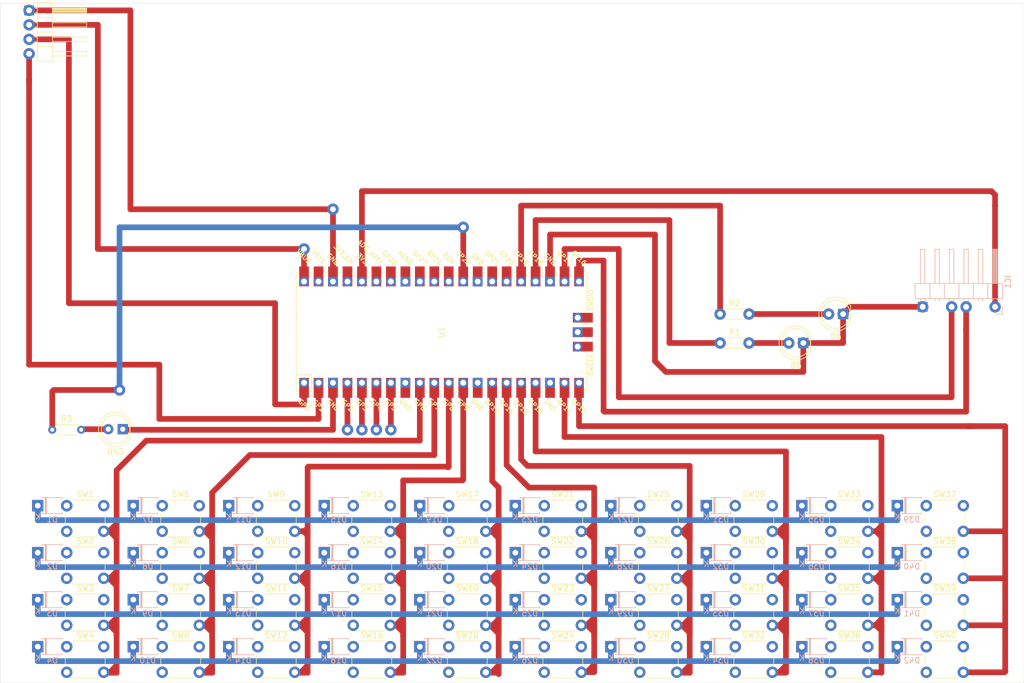
<source format=kicad_pcb>
(kicad_pcb (version 20171130) (host pcbnew "(5.1.12)-1")
  (layers (0 F.Cu signal) (31 B.Cu signal) (34 B.Paste user hide) (35 F.Paste user hide) (36 B.SilkS user hide) (37 F.SilkS user hide) (38 B.Mask user hide) (39 F.Mask user hide) (44 Edge.Cuts user))
  (net 0 "")
  (net 1 "Net-(J1-Pad1)")
  (net 2 "Net-(J1-Pad2)")
  (net 3 "Net-(J1-Pad3)")
  (net 4 "Net-(J1-Pad4)")
  (net 5 "Net-(U1-Pad26)")
  (net 6 "Net-(U1-Pad27)")
  (net 7 "Net-(U1-Pad30)")
  (net 8 "Net-(U1-Pad31)")
  (net 9 "Net-(U1-Pad32)")
  (net 10 "Net-(U1-Pad33)")
  (net 11 "Net-(U1-Pad34)")
  (net 12 "Net-(U1-Pad35)")
  (net 13 "Net-(U1-Pad37)")
  (net 14 "Net-(U1-Pad39)")
  (net 15 "Net-(U1-Pad41)")
  (net 16 "Net-(U1-Pad42)")
  (net 17 "Net-(U1-Pad43)")
  (net 18 "Net-(D1-Pad1)")
  (net 19 "Net-(D1-Pad2)")
  (net 20 "Net-(D2-Pad2)")
  (net 21 "Net-(D12-Pad1)")
  (net 22 "Net-(D3-Pad2)")
  (net 23 "Net-(D13-Pad1)")
  (net 24 "Net-(D10-Pad1)")
  (net 25 "Net-(D4-Pad2)")
  (net 26 "Net-(D5-Pad2)")
  (net 27 "Net-(D6-Pad2)")
  (net 28 "Net-(D7-Pad2)")
  (net 29 "Net-(D8-Pad2)")
  (net 30 "Net-(D9-Pad2)")
  (net 31 "Net-(D10-Pad2)")
  (net 32 "Net-(D11-Pad2)")
  (net 33 "Net-(D12-Pad2)")
  (net 34 "Net-(D13-Pad2)")
  (net 35 "Net-(D14-Pad2)")
  (net 36 "Net-(D15-Pad2)")
  (net 37 "Net-(D16-Pad2)")
  (net 38 "Net-(D17-Pad2)")
  (net 39 "Net-(D18-Pad2)")
  (net 40 "Net-(D19-Pad2)")
  (net 41 "Net-(D20-Pad2)")
  (net 42 "Net-(D21-Pad2)")
  (net 43 "Net-(D22-Pad2)")
  (net 44 "Net-(D23-Pad2)")
  (net 45 "Net-(D24-Pad2)")
  (net 46 "Net-(D25-Pad2)")
  (net 47 "Net-(D26-Pad2)")
  (net 48 "Net-(D27-Pad2)")
  (net 49 "Net-(D28-Pad2)")
  (net 50 "Net-(D29-Pad2)")
  (net 51 "Net-(D30-Pad2)")
  (net 52 "Net-(D31-Pad2)")
  (net 53 "Net-(D32-Pad2)")
  (net 54 "Net-(D33-Pad2)")
  (net 55 "Net-(D34-Pad2)")
  (net 56 "Net-(D35-Pad2)")
  (net 57 "Net-(D36-Pad2)")
  (net 58 "Net-(D37-Pad2)")
  (net 59 "Net-(D38-Pad2)")
  (net 60 "Net-(D39-Pad2)")
  (net 61 "Net-(D40-Pad2)")
  (net 62 "Net-(D41-Pad2)")
  (net 63 "Net-(D42-Pad2)")
  (net 64 "Net-(IC1-Pad2)")
  (net 65 "Net-(IC1-Pad3)")
  (net 66 "Net-(IC1-Pad4)")
  (net 67 "Net-(IC1-Pad5)")
  (net 68 "Net-(R1-Pad1)")
  (net 69 "Net-(R2-Pad1)")
  (net 70 "Net-(SW1-Pad3)")
  (net 71 "Net-(SW1-Pad4)")
  (net 72 "Net-(SW1-Pad2)")
  (net 73 "Net-(SW2-Pad3)")
  (net 74 "Net-(SW2-Pad2)")
  (net 75 "Net-(SW3-Pad2)")
  (net 76 "Net-(SW4-Pad2)")
  (net 77 "Net-(SW5-Pad3)")
  (net 78 "Net-(SW5-Pad4)")
  (net 79 "Net-(SW5-Pad2)")
  (net 80 "Net-(SW6-Pad3)")
  (net 81 "Net-(SW6-Pad2)")
  (net 82 "Net-(SW7-Pad3)")
  (net 83 "Net-(SW7-Pad2)")
  (net 84 "Net-(SW8-Pad2)")
  (net 85 "Net-(SW9-Pad3)")
  (net 86 "Net-(SW10-Pad4)")
  (net 87 "Net-(SW9-Pad2)")
  (net 88 "Net-(SW10-Pad3)")
  (net 89 "Net-(SW10-Pad2)")
  (net 90 "Net-(SW11-Pad2)")
  (net 91 "Net-(SW11-Pad3)")
  (net 92 "Net-(SW12-Pad3)")
  (net 93 "Net-(SW12-Pad2)")
  (net 94 "Net-(SW13-Pad3)")
  (net 95 "Net-(SW13-Pad4)")
  (net 96 "Net-(SW13-Pad2)")
  (net 97 "Net-(SW14-Pad3)")
  (net 98 "Net-(SW14-Pad2)")
  (net 99 "Net-(SW15-Pad2)")
  (net 100 "Net-(SW15-Pad3)")
  (net 101 "Net-(SW16-Pad2)")
  (net 102 "Net-(SW16-Pad3)")
  (net 103 "Net-(SW17-Pad3)")
  (net 104 "Net-(SW17-Pad4)")
  (net 105 "Net-(SW17-Pad2)")
  (net 106 "Net-(SW18-Pad3)")
  (net 107 "Net-(SW18-Pad2)")
  (net 108 "Net-(SW19-Pad2)")
  (net 109 "Net-(SW19-Pad3)")
  (net 110 "Net-(SW20-Pad2)")
  (net 111 "Net-(SW20-Pad3)")
  (net 112 "Net-(SW21-Pad3)")
  (net 113 "Net-(SW21-Pad4)")
  (net 114 "Net-(SW21-Pad2)")
  (net 115 "Net-(SW22-Pad3)")
  (net 116 "Net-(SW22-Pad2)")
  (net 117 "Net-(SW23-Pad2)")
  (net 118 "Net-(SW23-Pad3)")
  (net 119 "Net-(SW24-Pad2)")
  (net 120 "Net-(SW24-Pad3)")
  (net 121 "Net-(SW25-Pad3)")
  (net 122 "Net-(SW25-Pad4)")
  (net 123 "Net-(SW25-Pad2)")
  (net 124 "Net-(SW26-Pad3)")
  (net 125 "Net-(SW26-Pad2)")
  (net 126 "Net-(SW27-Pad2)")
  (net 127 "Net-(SW27-Pad3)")
  (net 128 "Net-(SW28-Pad2)")
  (net 129 "Net-(SW28-Pad3)")
  (net 130 "Net-(SW29-Pad2)")
  (net 131 "Net-(SW29-Pad4)")
  (net 132 "Net-(SW29-Pad3)")
  (net 133 "Net-(SW30-Pad3)")
  (net 134 "Net-(SW30-Pad2)")
  (net 135 "Net-(SW31-Pad2)")
  (net 136 "Net-(SW31-Pad3)")
  (net 137 "Net-(SW32-Pad2)")
  (net 138 "Net-(SW32-Pad3)")
  (net 139 "Net-(SW33-Pad3)")
  (net 140 "Net-(SW33-Pad4)")
  (net 141 "Net-(SW33-Pad2)")
  (net 142 "Net-(SW34-Pad3)")
  (net 143 "Net-(SW34-Pad2)")
  (net 144 "Net-(SW35-Pad2)")
  (net 145 "Net-(SW35-Pad3)")
  (net 146 "Net-(SW36-Pad2)")
  (net 147 "Net-(SW36-Pad3)")
  (net 148 "Net-(SW37-Pad2)")
  (net 149 "Net-(SW37-Pad4)")
  (net 150 "Net-(SW37-Pad3)")
  (net 151 "Net-(SW38-Pad3)")
  (net 152 "Net-(SW38-Pad2)")
  (net 153 "Net-(SW39-Pad2)")
  (net 154 "Net-(SW39-Pad3)")
  (net 155 "Net-(SW40-Pad2)")
  (net 156 "Net-(SW40-Pad3)")
  (net 157 "Net-(SW3-Pad3)")
  (net 158 "Net-(SW4-Pad3)")
  (net 159 "Net-(SW8-Pad3)")
  (net 160 "Net-(D43-Pad1)")
  (net 161 "Net-(D43-Pad2)")
  (net 162 "Net-(R3-Pad1)")
  (net 163 "Net-(IC1-Pad1)")
  (module Connector_PinHeader_2.54mm:PinHeader_1x06_P2.54mm_Horizontal (layer B.Cu) (at 242.57 99.06 90)
    (fp_text reference IC1 (at 4.385 2.27 -90) (layer B.SilkS) (effects (justify mirror)))
    (fp_text value REYAX_RYLR896)
    (pad 1 thru_hole circle (at 0 0 90) (size 1.7 1.7) (drill 1) (layers *.Cu *.Mask) (net 163 "Net-(IC1-Pad1)"))
    (pad 2 thru_hole oval (at 0 -2.54 90) (size 0.002 0.002) (drill 0.001) (layers *.Cu *.Mask) (net 64 "Net-(IC1-Pad2)"))
    (pad 3 thru_hole oval (at 0 -5.08 90) (size 1.7 1.7) (drill 1) (layers *.Cu *.Mask) (net 65 "Net-(IC1-Pad3)"))
    (pad 4 thru_hole oval (at 0 -7.62 90) (size 1.7 1.7) (drill 1) (layers *.Cu *.Mask) (net 66 "Net-(IC1-Pad4)"))
    (pad 5 thru_hole oval (at 0 -10.16 90) (size 0.002 0.002) (drill 0.001) (layers *.Cu *.Mask) (net 67 "Net-(IC1-Pad5)"))
    (pad 6 thru_hole rect (at 0 -12.7 90) (size 1.7 1.7) (drill 1) (layers *.Cu *.Mask) (net 160 "Net-(D43-Pad1)"))
  )
  (module Button_Switch_THT:SW_PUSH_6mm_H5mm (layer F.Cu) (at 113.157 158.75)
    (fp_text reference SW12 (at 3.25 -2) (layer F.SilkS))
    (fp_text value SW_MEC_5E)
    (pad 3 thru_hole circle (at 6.5 0 90) (size 2 2) (drill 1.1) (layers *.Cu *.Mask) (net 92 "Net-(SW12-Pad3)"))
    (pad 4 thru_hole circle (at 6.5 4.5 90) (size 2 2) (drill 1.1) (layers *.Cu *.Mask) (net 86 "Net-(SW10-Pad4)"))
    (pad 1 thru_hole circle (at 0 0 90) (size 2 2) (drill 1.1) (layers *.Cu *.Mask) (net 35 "Net-(D14-Pad2)"))
    (pad 2 thru_hole circle (at 0 4.5 90) (size 2 2) (drill 1.1) (layers *.Cu *.Mask) (net 93 "Net-(SW12-Pad2)"))
  )
  (module Button_Switch_THT:SW_PUSH_6mm_H5mm (layer F.Cu) (at 230.505 150.495)
    (fp_text reference SW39 (at 3.25 -2) (layer F.SilkS))
    (fp_text value SW_MEC_5E)
    (pad 2 thru_hole circle (at 0 4.5 90) (size 2 2) (drill 1.1) (layers *.Cu *.Mask) (net 153 "Net-(SW39-Pad2)"))
    (pad 1 thru_hole circle (at 0 0 90) (size 2 2) (drill 1.1) (layers *.Cu *.Mask) (net 62 "Net-(D41-Pad2)"))
    (pad 4 thru_hole circle (at 6.5 4.5 90) (size 2 2) (drill 1.1) (layers *.Cu *.Mask) (net 149 "Net-(SW37-Pad4)"))
    (pad 3 thru_hole circle (at 6.5 0 90) (size 2 2) (drill 1.1) (layers *.Cu *.Mask) (net 154 "Net-(SW39-Pad3)"))
  )
  (module LED_THT:LED_D5.0mm_IRGrey (layer F.Cu) (at 215.9 100.33 180)
    (fp_text reference D6 (at 1.27 -3.96) (layer F.SilkS))
    (fp_text value LD271)
    (pad 1 thru_hole rect (at 0 0 180) (size 1.8 1.8) (drill 0.9) (layers *.Cu *.Mask) (net 160 "Net-(D43-Pad1)"))
    (pad 2 thru_hole circle (at 2.54 0 180) (size 1.8 1.8) (drill 0.9) (layers *.Cu *.Mask) (net 27 "Net-(D6-Pad2)"))
  )
  (module Button_Switch_THT:SW_PUSH_6mm_H5mm (layer F.Cu) (at 79.629 133.985)
    (fp_text reference SW1 (at 3.25 -2) (layer F.SilkS))
    (fp_text value SW_MEC_5E)
    (pad 3 thru_hole circle (at 6.5 0 90) (size 2 2) (drill 1.1) (layers *.Cu *.Mask) (net 70 "Net-(SW1-Pad3)"))
    (pad 4 thru_hole circle (at 6.5 4.5 90) (size 2 2) (drill 1.1) (layers *.Cu *.Mask) (net 71 "Net-(SW1-Pad4)"))
    (pad 1 thru_hole circle (at 0 0 90) (size 2 2) (drill 1.1) (layers *.Cu *.Mask) (net 19 "Net-(D1-Pad2)"))
    (pad 2 thru_hole circle (at 0 4.5 90) (size 2 2) (drill 1.1) (layers *.Cu *.Mask) (net 72 "Net-(SW1-Pad2)"))
  )
  (module LED_THT:LED_D5.0mm_IRGrey (layer F.Cu) (at 208.915 105.41 180)
    (fp_text reference D5 (at 1.27 -3.96) (layer F.SilkS))
    (fp_text value LD271)
    (pad 2 thru_hole circle (at 2.54 0 180) (size 1.8 1.8) (drill 0.9) (layers *.Cu *.Mask) (net 26 "Net-(D5-Pad2)"))
    (pad 1 thru_hole rect (at 0 0 180) (size 1.8 1.8) (drill 0.9) (layers *.Cu *.Mask) (net 160 "Net-(D43-Pad1)"))
  )
  (module Connector_PinHeader_2.54mm:PinHeader_1x04_P2.54mm_Horizontal (layer F.Cu) (at 73.025 46.99)
    (fp_text reference J1 (at 4.385 -2.27) (layer F.SilkS))
    (fp_text value Conn_01x04)
    (pad 1 thru_hole rect (at 0 0) (size 1.7 1.7) (drill 1) (layers *.Cu *.Mask) (net 1 "Net-(J1-Pad1)"))
    (pad 2 thru_hole oval (at 0 2.54) (size 1.7 1.7) (drill 1) (layers *.Cu *.Mask) (net 2 "Net-(J1-Pad2)"))
    (pad 3 thru_hole oval (at 0 5.08) (size 1.7 1.7) (drill 1) (layers *.Cu *.Mask) (net 3 "Net-(J1-Pad3)"))
    (pad 4 thru_hole oval (at 0 7.62) (size 1.7 1.7) (drill 1) (layers *.Cu *.Mask) (net 4 "Net-(J1-Pad4)"))
  )
  (module Button_Switch_THT:SW_PUSH_6mm_H5mm (layer F.Cu) (at 79.629 142.24)
    (fp_text reference SW2 (at 3.25 -2) (layer F.SilkS))
    (fp_text value SW_MEC_5E)
    (pad 3 thru_hole circle (at 6.5 0 90) (size 2 2) (drill 1.1) (layers *.Cu *.Mask) (net 73 "Net-(SW2-Pad3)"))
    (pad 4 thru_hole circle (at 6.5 4.5 90) (size 2 2) (drill 1.1) (layers *.Cu *.Mask) (net 71 "Net-(SW1-Pad4)"))
    (pad 1 thru_hole circle (at 0 0 90) (size 2 2) (drill 1.1) (layers *.Cu *.Mask) (net 20 "Net-(D2-Pad2)"))
    (pad 2 thru_hole circle (at 0 4.5 90) (size 2 2) (drill 1.1) (layers *.Cu *.Mask) (net 74 "Net-(SW2-Pad2)"))
  )
  (module Button_Switch_THT:SW_PUSH_6mm_H5mm (layer F.Cu) (at 79.629 150.495)
    (fp_text reference SW3 (at 3.25 -2) (layer F.SilkS))
    (fp_text value SW_MEC_5E)
    (pad 2 thru_hole circle (at 0 4.5 90) (size 2 2) (drill 1.1) (layers *.Cu *.Mask) (net 75 "Net-(SW3-Pad2)"))
    (pad 1 thru_hole circle (at 0 0 90) (size 2 2) (drill 1.1) (layers *.Cu *.Mask) (net 22 "Net-(D3-Pad2)"))
    (pad 4 thru_hole circle (at 6.5 4.5 90) (size 2 2) (drill 1.1) (layers *.Cu *.Mask) (net 71 "Net-(SW1-Pad4)"))
    (pad 3 thru_hole circle (at 6.5 0 90) (size 2 2) (drill 1.1) (layers *.Cu *.Mask) (net 157 "Net-(SW3-Pad3)"))
  )
  (module Button_Switch_THT:SW_PUSH_6mm_H5mm (layer F.Cu) (at 79.629 158.75)
    (fp_text reference SW4 (at 3.25 -2) (layer F.SilkS))
    (fp_text value SW_MEC_5E)
    (pad 2 thru_hole circle (at 0 4.5 90) (size 2 2) (drill 1.1) (layers *.Cu *.Mask) (net 76 "Net-(SW4-Pad2)"))
    (pad 1 thru_hole circle (at 0 0 90) (size 2 2) (drill 1.1) (layers *.Cu *.Mask) (net 25 "Net-(D4-Pad2)"))
    (pad 4 thru_hole circle (at 6.5 4.5 90) (size 2 2) (drill 1.1) (layers *.Cu *.Mask) (net 71 "Net-(SW1-Pad4)"))
    (pad 3 thru_hole circle (at 6.5 0 90) (size 2 2) (drill 1.1) (layers *.Cu *.Mask) (net 158 "Net-(SW4-Pad3)"))
  )
  (module Button_Switch_THT:SW_PUSH_6mm_H5mm (layer F.Cu) (at 96.393 133.985)
    (fp_text reference SW5 (at 3.25 -2) (layer F.SilkS))
    (fp_text value SW_MEC_5E)
    (pad 3 thru_hole circle (at 6.5 0 90) (size 2 2) (drill 1.1) (layers *.Cu *.Mask) (net 77 "Net-(SW5-Pad3)"))
    (pad 4 thru_hole circle (at 6.5 4.5 90) (size 2 2) (drill 1.1) (layers *.Cu *.Mask) (net 78 "Net-(SW5-Pad4)"))
    (pad 1 thru_hole circle (at 0 0 90) (size 2 2) (drill 1.1) (layers *.Cu *.Mask) (net 28 "Net-(D7-Pad2)"))
    (pad 2 thru_hole circle (at 0 4.5 90) (size 2 2) (drill 1.1) (layers *.Cu *.Mask) (net 79 "Net-(SW5-Pad2)"))
  )
  (module Button_Switch_THT:SW_PUSH_6mm_H5mm (layer F.Cu) (at 96.393 142.24)
    (fp_text reference SW6 (at 3.25 -2) (layer F.SilkS))
    (fp_text value SW_MEC_5E)
    (pad 3 thru_hole circle (at 6.5 0 90) (size 2 2) (drill 1.1) (layers *.Cu *.Mask) (net 80 "Net-(SW6-Pad3)"))
    (pad 4 thru_hole circle (at 6.5 4.5 90) (size 2 2) (drill 1.1) (layers *.Cu *.Mask) (net 78 "Net-(SW5-Pad4)"))
    (pad 1 thru_hole circle (at 0 0 90) (size 2 2) (drill 1.1) (layers *.Cu *.Mask) (net 29 "Net-(D8-Pad2)"))
    (pad 2 thru_hole circle (at 0 4.5 90) (size 2 2) (drill 1.1) (layers *.Cu *.Mask) (net 81 "Net-(SW6-Pad2)"))
  )
  (module Button_Switch_THT:SW_PUSH_6mm_H5mm (layer F.Cu) (at 96.393 150.495)
    (fp_text reference SW7 (at 3.25 -2) (layer F.SilkS))
    (fp_text value SW_MEC_5E)
    (pad 3 thru_hole circle (at 6.5 0 90) (size 2 2) (drill 1.1) (layers *.Cu *.Mask) (net 82 "Net-(SW7-Pad3)"))
    (pad 4 thru_hole circle (at 6.5 4.5 90) (size 2 2) (drill 1.1) (layers *.Cu *.Mask) (net 78 "Net-(SW5-Pad4)"))
    (pad 1 thru_hole circle (at 0 0 90) (size 2 2) (drill 1.1) (layers *.Cu *.Mask) (net 30 "Net-(D9-Pad2)"))
    (pad 2 thru_hole circle (at 0 4.5 90) (size 2 2) (drill 1.1) (layers *.Cu *.Mask) (net 83 "Net-(SW7-Pad2)"))
  )
  (module Button_Switch_THT:SW_PUSH_6mm_H5mm (layer F.Cu) (at 96.393 158.75)
    (fp_text reference SW8 (at 3.25 -2) (layer F.SilkS))
    (fp_text value SW_MEC_5E)
    (pad 2 thru_hole circle (at 0 4.5 90) (size 2 2) (drill 1.1) (layers *.Cu *.Mask) (net 84 "Net-(SW8-Pad2)"))
    (pad 1 thru_hole circle (at 0 0 90) (size 2 2) (drill 1.1) (layers *.Cu *.Mask) (net 31 "Net-(D10-Pad2)"))
    (pad 4 thru_hole circle (at 6.5 4.5 90) (size 2 2) (drill 1.1) (layers *.Cu *.Mask) (net 78 "Net-(SW5-Pad4)"))
    (pad 3 thru_hole circle (at 6.5 0 90) (size 2 2) (drill 1.1) (layers *.Cu *.Mask) (net 159 "Net-(SW8-Pad3)"))
  )
  (module Button_Switch_THT:SW_PUSH_6mm_H5mm (layer F.Cu) (at 113.157 133.985)
    (fp_text reference SW9 (at 3.25 -2) (layer F.SilkS))
    (fp_text value SW_MEC_5E)
    (pad 3 thru_hole circle (at 6.5 0 90) (size 2 2) (drill 1.1) (layers *.Cu *.Mask) (net 85 "Net-(SW9-Pad3)"))
    (pad 4 thru_hole circle (at 6.5 4.5 90) (size 2 2) (drill 1.1) (layers *.Cu *.Mask) (net 86 "Net-(SW10-Pad4)"))
    (pad 1 thru_hole circle (at 0 0 90) (size 2 2) (drill 1.1) (layers *.Cu *.Mask) (net 32 "Net-(D11-Pad2)"))
    (pad 2 thru_hole circle (at 0 4.5 90) (size 2 2) (drill 1.1) (layers *.Cu *.Mask) (net 87 "Net-(SW9-Pad2)"))
  )
  (module Button_Switch_THT:SW_PUSH_6mm_H5mm (layer F.Cu) (at 113.157 142.24)
    (fp_text reference SW10 (at 3.25 -2) (layer F.SilkS))
    (fp_text value SW_MEC_5E)
    (pad 3 thru_hole circle (at 6.5 0 90) (size 2 2) (drill 1.1) (layers *.Cu *.Mask) (net 88 "Net-(SW10-Pad3)"))
    (pad 4 thru_hole circle (at 6.5 4.5 90) (size 2 2) (drill 1.1) (layers *.Cu *.Mask) (net 86 "Net-(SW10-Pad4)"))
    (pad 1 thru_hole circle (at 0 0 90) (size 2 2) (drill 1.1) (layers *.Cu *.Mask) (net 33 "Net-(D12-Pad2)"))
    (pad 2 thru_hole circle (at 0 4.5 90) (size 2 2) (drill 1.1) (layers *.Cu *.Mask) (net 89 "Net-(SW10-Pad2)"))
  )
  (module Button_Switch_THT:SW_PUSH_6mm_H5mm (layer F.Cu) (at 113.157 150.495)
    (fp_text reference SW11 (at 3.25 -2) (layer F.SilkS))
    (fp_text value SW_MEC_5E)
    (pad 2 thru_hole circle (at 0 4.5 90) (size 2 2) (drill 1.1) (layers *.Cu *.Mask) (net 90 "Net-(SW11-Pad2)"))
    (pad 1 thru_hole circle (at 0 0 90) (size 2 2) (drill 1.1) (layers *.Cu *.Mask) (net 34 "Net-(D13-Pad2)"))
    (pad 4 thru_hole circle (at 6.5 4.5 90) (size 2 2) (drill 1.1) (layers *.Cu *.Mask) (net 86 "Net-(SW10-Pad4)"))
    (pad 3 thru_hole circle (at 6.5 0 90) (size 2 2) (drill 1.1) (layers *.Cu *.Mask) (net 91 "Net-(SW11-Pad3)"))
  )
  (module Button_Switch_THT:SW_PUSH_6mm_H5mm (layer F.Cu) (at 129.921 133.985)
    (fp_text reference SW13 (at 3.25 -2) (layer F.SilkS))
    (fp_text value SW_MEC_5E)
    (pad 3 thru_hole circle (at 6.5 0 90) (size 2 2) (drill 1.1) (layers *.Cu *.Mask) (net 94 "Net-(SW13-Pad3)"))
    (pad 4 thru_hole circle (at 6.5 4.5 90) (size 2 2) (drill 1.1) (layers *.Cu *.Mask) (net 95 "Net-(SW13-Pad4)"))
    (pad 1 thru_hole circle (at 0 0 90) (size 2 2) (drill 1.1) (layers *.Cu *.Mask) (net 36 "Net-(D15-Pad2)"))
    (pad 2 thru_hole circle (at 0 4.5 90) (size 2 2) (drill 1.1) (layers *.Cu *.Mask) (net 96 "Net-(SW13-Pad2)"))
  )
  (module Button_Switch_THT:SW_PUSH_6mm_H5mm (layer F.Cu) (at 129.921 142.24)
    (fp_text reference SW14 (at 3.25 -2) (layer F.SilkS))
    (fp_text value SW_MEC_5E)
    (pad 3 thru_hole circle (at 6.5 0 90) (size 2 2) (drill 1.1) (layers *.Cu *.Mask) (net 97 "Net-(SW14-Pad3)"))
    (pad 4 thru_hole circle (at 6.5 4.5 90) (size 2 2) (drill 1.1) (layers *.Cu *.Mask) (net 95 "Net-(SW13-Pad4)"))
    (pad 1 thru_hole circle (at 0 0 90) (size 2 2) (drill 1.1) (layers *.Cu *.Mask) (net 37 "Net-(D16-Pad2)"))
    (pad 2 thru_hole circle (at 0 4.5 90) (size 2 2) (drill 1.1) (layers *.Cu *.Mask) (net 98 "Net-(SW14-Pad2)"))
  )
  (module Button_Switch_THT:SW_PUSH_6mm_H5mm (layer F.Cu) (at 129.921 150.495)
    (fp_text reference SW15 (at 3.25 -2) (layer F.SilkS))
    (fp_text value SW_MEC_5E)
    (pad 2 thru_hole circle (at 0 4.5 90) (size 2 2) (drill 1.1) (layers *.Cu *.Mask) (net 99 "Net-(SW15-Pad2)"))
    (pad 1 thru_hole circle (at 0 0 90) (size 2 2) (drill 1.1) (layers *.Cu *.Mask) (net 38 "Net-(D17-Pad2)"))
    (pad 4 thru_hole circle (at 6.5 4.5 90) (size 2 2) (drill 1.1) (layers *.Cu *.Mask) (net 95 "Net-(SW13-Pad4)"))
    (pad 3 thru_hole circle (at 6.5 0 90) (size 2 2) (drill 1.1) (layers *.Cu *.Mask) (net 100 "Net-(SW15-Pad3)"))
  )
  (module Button_Switch_THT:SW_PUSH_6mm_H5mm (layer F.Cu) (at 129.921 158.75)
    (fp_text reference SW16 (at 3.25 -2) (layer F.SilkS))
    (fp_text value SW_MEC_5E)
    (pad 2 thru_hole circle (at 0 4.5 90) (size 2 2) (drill 1.1) (layers *.Cu *.Mask) (net 101 "Net-(SW16-Pad2)"))
    (pad 1 thru_hole circle (at 0 0 90) (size 2 2) (drill 1.1) (layers *.Cu *.Mask) (net 39 "Net-(D18-Pad2)"))
    (pad 4 thru_hole circle (at 6.5 4.5 90) (size 2 2) (drill 1.1) (layers *.Cu *.Mask) (net 95 "Net-(SW13-Pad4)"))
    (pad 3 thru_hole circle (at 6.5 0 90) (size 2 2) (drill 1.1) (layers *.Cu *.Mask) (net 102 "Net-(SW16-Pad3)"))
  )
  (module Button_Switch_THT:SW_PUSH_6mm_H5mm (layer F.Cu) (at 146.685 133.985)
    (fp_text reference SW17 (at 3.25 -2) (layer F.SilkS))
    (fp_text value SW_MEC_5E)
    (pad 3 thru_hole circle (at 6.5 0 90) (size 2 2) (drill 1.1) (layers *.Cu *.Mask) (net 103 "Net-(SW17-Pad3)"))
    (pad 4 thru_hole circle (at 6.5 4.5 90) (size 2 2) (drill 1.1) (layers *.Cu *.Mask) (net 104 "Net-(SW17-Pad4)"))
    (pad 1 thru_hole circle (at 0 0 90) (size 2 2) (drill 1.1) (layers *.Cu *.Mask) (net 40 "Net-(D19-Pad2)"))
    (pad 2 thru_hole circle (at 0 4.5 90) (size 2 2) (drill 1.1) (layers *.Cu *.Mask) (net 105 "Net-(SW17-Pad2)"))
  )
  (module Button_Switch_THT:SW_PUSH_6mm_H5mm (layer F.Cu) (at 146.685 142.24)
    (fp_text reference SW18 (at 3.25 -2) (layer F.SilkS))
    (fp_text value SW_MEC_5E)
    (pad 3 thru_hole circle (at 6.5 0 90) (size 2 2) (drill 1.1) (layers *.Cu *.Mask) (net 106 "Net-(SW18-Pad3)"))
    (pad 4 thru_hole circle (at 6.5 4.5 90) (size 2 2) (drill 1.1) (layers *.Cu *.Mask) (net 104 "Net-(SW17-Pad4)"))
    (pad 1 thru_hole circle (at 0 0 90) (size 2 2) (drill 1.1) (layers *.Cu *.Mask) (net 41 "Net-(D20-Pad2)"))
    (pad 2 thru_hole circle (at 0 4.5 90) (size 2 2) (drill 1.1) (layers *.Cu *.Mask) (net 107 "Net-(SW18-Pad2)"))
  )
  (module Button_Switch_THT:SW_PUSH_6mm_H5mm (layer F.Cu) (at 146.685 150.495)
    (fp_text reference SW19 (at 3.25 -2) (layer F.SilkS))
    (fp_text value SW_MEC_5E)
    (pad 2 thru_hole circle (at 0 4.5 90) (size 2 2) (drill 1.1) (layers *.Cu *.Mask) (net 108 "Net-(SW19-Pad2)"))
    (pad 1 thru_hole circle (at 0 0 90) (size 2 2) (drill 1.1) (layers *.Cu *.Mask) (net 42 "Net-(D21-Pad2)"))
    (pad 4 thru_hole circle (at 6.5 4.5 90) (size 2 2) (drill 1.1) (layers *.Cu *.Mask) (net 104 "Net-(SW17-Pad4)"))
    (pad 3 thru_hole circle (at 6.5 0 90) (size 2 2) (drill 1.1) (layers *.Cu *.Mask) (net 109 "Net-(SW19-Pad3)"))
  )
  (module Button_Switch_THT:SW_PUSH_6mm_H5mm (layer F.Cu) (at 146.685 158.75)
    (fp_text reference SW20 (at 3.25 -2) (layer F.SilkS))
    (fp_text value SW_MEC_5E)
    (pad 2 thru_hole circle (at 0 4.5 90) (size 2 2) (drill 1.1) (layers *.Cu *.Mask) (net 110 "Net-(SW20-Pad2)"))
    (pad 1 thru_hole circle (at 0 0 90) (size 2 2) (drill 1.1) (layers *.Cu *.Mask) (net 43 "Net-(D22-Pad2)"))
    (pad 4 thru_hole circle (at 6.5 4.5 90) (size 2 2) (drill 1.1) (layers *.Cu *.Mask) (net 104 "Net-(SW17-Pad4)"))
    (pad 3 thru_hole circle (at 6.5 0 90) (size 2 2) (drill 1.1) (layers *.Cu *.Mask) (net 111 "Net-(SW20-Pad3)"))
  )
  (module Button_Switch_THT:SW_PUSH_6mm_H5mm (layer F.Cu) (at 163.449 133.985)
    (fp_text reference SW21 (at 3.25 -2) (layer F.SilkS))
    (fp_text value SW_MEC_5E)
    (pad 3 thru_hole circle (at 6.5 0 90) (size 2 2) (drill 1.1) (layers *.Cu *.Mask) (net 112 "Net-(SW21-Pad3)"))
    (pad 4 thru_hole circle (at 6.5 4.5 90) (size 2 2) (drill 1.1) (layers *.Cu *.Mask) (net 113 "Net-(SW21-Pad4)"))
    (pad 1 thru_hole circle (at 0 0 90) (size 2 2) (drill 1.1) (layers *.Cu *.Mask) (net 44 "Net-(D23-Pad2)"))
    (pad 2 thru_hole circle (at 0 4.5 90) (size 2 2) (drill 1.1) (layers *.Cu *.Mask) (net 114 "Net-(SW21-Pad2)"))
  )
  (module Button_Switch_THT:SW_PUSH_6mm_H5mm (layer F.Cu) (at 163.449 142.24)
    (fp_text reference SW22 (at 3.25 -2) (layer F.SilkS))
    (fp_text value SW_MEC_5E)
    (pad 3 thru_hole circle (at 6.5 0 90) (size 2 2) (drill 1.1) (layers *.Cu *.Mask) (net 115 "Net-(SW22-Pad3)"))
    (pad 4 thru_hole circle (at 6.5 4.5 90) (size 2 2) (drill 1.1) (layers *.Cu *.Mask) (net 113 "Net-(SW21-Pad4)"))
    (pad 1 thru_hole circle (at 0 0 90) (size 2 2) (drill 1.1) (layers *.Cu *.Mask) (net 45 "Net-(D24-Pad2)"))
    (pad 2 thru_hole circle (at 0 4.5 90) (size 2 2) (drill 1.1) (layers *.Cu *.Mask) (net 116 "Net-(SW22-Pad2)"))
  )
  (module Button_Switch_THT:SW_PUSH_6mm_H5mm (layer F.Cu) (at 163.449 150.495)
    (fp_text reference SW23 (at 3.25 -2) (layer F.SilkS))
    (fp_text value SW_MEC_5E)
    (pad 2 thru_hole circle (at 0 4.5 90) (size 2 2) (drill 1.1) (layers *.Cu *.Mask) (net 117 "Net-(SW23-Pad2)"))
    (pad 1 thru_hole circle (at 0 0 90) (size 2 2) (drill 1.1) (layers *.Cu *.Mask) (net 46 "Net-(D25-Pad2)"))
    (pad 4 thru_hole circle (at 6.5 4.5 90) (size 2 2) (drill 1.1) (layers *.Cu *.Mask) (net 113 "Net-(SW21-Pad4)"))
    (pad 3 thru_hole circle (at 6.5 0 90) (size 2 2) (drill 1.1) (layers *.Cu *.Mask) (net 118 "Net-(SW23-Pad3)"))
  )
  (module Button_Switch_THT:SW_PUSH_6mm_H5mm (layer F.Cu) (at 163.449 158.75)
    (fp_text reference SW24 (at 3.25 -2) (layer F.SilkS))
    (fp_text value SW_MEC_5E)
    (pad 2 thru_hole circle (at 0 4.5 90) (size 2 2) (drill 1.1) (layers *.Cu *.Mask) (net 119 "Net-(SW24-Pad2)"))
    (pad 1 thru_hole circle (at 0 0 90) (size 2 2) (drill 1.1) (layers *.Cu *.Mask) (net 47 "Net-(D26-Pad2)"))
    (pad 4 thru_hole circle (at 6.5 4.5 90) (size 2 2) (drill 1.1) (layers *.Cu *.Mask) (net 113 "Net-(SW21-Pad4)"))
    (pad 3 thru_hole circle (at 6.5 0 90) (size 2 2) (drill 1.1) (layers *.Cu *.Mask) (net 120 "Net-(SW24-Pad3)"))
  )
  (module Button_Switch_THT:SW_PUSH_6mm_H5mm (layer F.Cu) (at 180.213 133.985)
    (fp_text reference SW25 (at 3.25 -2) (layer F.SilkS))
    (fp_text value SW_MEC_5E)
    (pad 3 thru_hole circle (at 6.5 0 90) (size 2 2) (drill 1.1) (layers *.Cu *.Mask) (net 121 "Net-(SW25-Pad3)"))
    (pad 4 thru_hole circle (at 6.5 4.5 90) (size 2 2) (drill 1.1) (layers *.Cu *.Mask) (net 122 "Net-(SW25-Pad4)"))
    (pad 1 thru_hole circle (at 0 0 90) (size 2 2) (drill 1.1) (layers *.Cu *.Mask) (net 48 "Net-(D27-Pad2)"))
    (pad 2 thru_hole circle (at 0 4.5 90) (size 2 2) (drill 1.1) (layers *.Cu *.Mask) (net 123 "Net-(SW25-Pad2)"))
  )
  (module Button_Switch_THT:SW_PUSH_6mm_H5mm (layer F.Cu) (at 180.213 142.24)
    (fp_text reference SW26 (at 3.25 -2) (layer F.SilkS))
    (fp_text value SW_MEC_5E)
    (pad 3 thru_hole circle (at 6.5 0 90) (size 2 2) (drill 1.1) (layers *.Cu *.Mask) (net 124 "Net-(SW26-Pad3)"))
    (pad 4 thru_hole circle (at 6.5 4.5 90) (size 2 2) (drill 1.1) (layers *.Cu *.Mask) (net 122 "Net-(SW25-Pad4)"))
    (pad 1 thru_hole circle (at 0 0 90) (size 2 2) (drill 1.1) (layers *.Cu *.Mask) (net 49 "Net-(D28-Pad2)"))
    (pad 2 thru_hole circle (at 0 4.5 90) (size 2 2) (drill 1.1) (layers *.Cu *.Mask) (net 125 "Net-(SW26-Pad2)"))
  )
  (module Button_Switch_THT:SW_PUSH_6mm_H5mm (layer F.Cu) (at 180.213 150.495)
    (fp_text reference SW27 (at 3.25 -2) (layer F.SilkS))
    (fp_text value SW_MEC_5E)
    (pad 2 thru_hole circle (at 0 4.5 90) (size 2 2) (drill 1.1) (layers *.Cu *.Mask) (net 126 "Net-(SW27-Pad2)"))
    (pad 1 thru_hole circle (at 0 0 90) (size 2 2) (drill 1.1) (layers *.Cu *.Mask) (net 50 "Net-(D29-Pad2)"))
    (pad 4 thru_hole circle (at 6.5 4.5 90) (size 2 2) (drill 1.1) (layers *.Cu *.Mask) (net 122 "Net-(SW25-Pad4)"))
    (pad 3 thru_hole circle (at 6.5 0 90) (size 2 2) (drill 1.1) (layers *.Cu *.Mask) (net 127 "Net-(SW27-Pad3)"))
  )
  (module Button_Switch_THT:SW_PUSH_6mm_H5mm (layer F.Cu) (at 180.213 158.75)
    (fp_text reference SW28 (at 3.25 -2) (layer F.SilkS))
    (fp_text value SW_MEC_5E)
    (pad 2 thru_hole circle (at 0 4.5 90) (size 2 2) (drill 1.1) (layers *.Cu *.Mask) (net 128 "Net-(SW28-Pad2)"))
    (pad 1 thru_hole circle (at 0 0 90) (size 2 2) (drill 1.1) (layers *.Cu *.Mask) (net 51 "Net-(D30-Pad2)"))
    (pad 4 thru_hole circle (at 6.5 4.5 90) (size 2 2) (drill 1.1) (layers *.Cu *.Mask) (net 122 "Net-(SW25-Pad4)"))
    (pad 3 thru_hole circle (at 6.5 0 90) (size 2 2) (drill 1.1) (layers *.Cu *.Mask) (net 129 "Net-(SW28-Pad3)"))
  )
  (module Button_Switch_THT:SW_PUSH_6mm_H5mm (layer F.Cu) (at 196.977 133.985)
    (fp_text reference SW29 (at 3.25 -2) (layer F.SilkS))
    (fp_text value SW_MEC_5E)
    (pad 2 thru_hole circle (at 0 4.5 90) (size 2 2) (drill 1.1) (layers *.Cu *.Mask) (net 130 "Net-(SW29-Pad2)"))
    (pad 1 thru_hole circle (at 0 0 90) (size 2 2) (drill 1.1) (layers *.Cu *.Mask) (net 52 "Net-(D31-Pad2)"))
    (pad 4 thru_hole circle (at 6.5 4.5 90) (size 2 2) (drill 1.1) (layers *.Cu *.Mask) (net 131 "Net-(SW29-Pad4)"))
    (pad 3 thru_hole circle (at 6.5 0 90) (size 2 2) (drill 1.1) (layers *.Cu *.Mask) (net 132 "Net-(SW29-Pad3)"))
  )
  (module Button_Switch_THT:SW_PUSH_6mm_H5mm (layer F.Cu) (at 196.977 142.24)
    (fp_text reference SW30 (at 3.25 -2) (layer F.SilkS))
    (fp_text value SW_MEC_5E)
    (pad 3 thru_hole circle (at 6.5 0 90) (size 2 2) (drill 1.1) (layers *.Cu *.Mask) (net 133 "Net-(SW30-Pad3)"))
    (pad 4 thru_hole circle (at 6.5 4.5 90) (size 2 2) (drill 1.1) (layers *.Cu *.Mask) (net 131 "Net-(SW29-Pad4)"))
    (pad 1 thru_hole circle (at 0 0 90) (size 2 2) (drill 1.1) (layers *.Cu *.Mask) (net 53 "Net-(D32-Pad2)"))
    (pad 2 thru_hole circle (at 0 4.5 90) (size 2 2) (drill 1.1) (layers *.Cu *.Mask) (net 134 "Net-(SW30-Pad2)"))
  )
  (module Button_Switch_THT:SW_PUSH_6mm_H5mm (layer F.Cu) (at 196.977 150.495)
    (fp_text reference SW31 (at 3.25 -2) (layer F.SilkS))
    (fp_text value SW_MEC_5E)
    (pad 2 thru_hole circle (at 0 4.5 90) (size 2 2) (drill 1.1) (layers *.Cu *.Mask) (net 135 "Net-(SW31-Pad2)"))
    (pad 1 thru_hole circle (at 0 0 90) (size 2 2) (drill 1.1) (layers *.Cu *.Mask) (net 54 "Net-(D33-Pad2)"))
    (pad 4 thru_hole circle (at 6.5 4.5 90) (size 2 2) (drill 1.1) (layers *.Cu *.Mask) (net 131 "Net-(SW29-Pad4)"))
    (pad 3 thru_hole circle (at 6.5 0 90) (size 2 2) (drill 1.1) (layers *.Cu *.Mask) (net 136 "Net-(SW31-Pad3)"))
  )
  (module Button_Switch_THT:SW_PUSH_6mm_H5mm (layer F.Cu) (at 196.977 158.75)
    (fp_text reference SW32 (at 3.25 -2) (layer F.SilkS))
    (fp_text value SW_MEC_5E)
    (pad 2 thru_hole circle (at 0 4.5 90) (size 2 2) (drill 1.1) (layers *.Cu *.Mask) (net 137 "Net-(SW32-Pad2)"))
    (pad 1 thru_hole circle (at 0 0 90) (size 2 2) (drill 1.1) (layers *.Cu *.Mask) (net 55 "Net-(D34-Pad2)"))
    (pad 4 thru_hole circle (at 6.5 4.5 90) (size 2 2) (drill 1.1) (layers *.Cu *.Mask) (net 131 "Net-(SW29-Pad4)"))
    (pad 3 thru_hole circle (at 6.5 0 90) (size 2 2) (drill 1.1) (layers *.Cu *.Mask) (net 138 "Net-(SW32-Pad3)"))
  )
  (module Button_Switch_THT:SW_PUSH_6mm_H5mm (layer F.Cu) (at 213.741 133.985)
    (fp_text reference SW33 (at 3.25 -2) (layer F.SilkS))
    (fp_text value SW_MEC_5E)
    (pad 3 thru_hole circle (at 6.5 0 90) (size 2 2) (drill 1.1) (layers *.Cu *.Mask) (net 139 "Net-(SW33-Pad3)"))
    (pad 4 thru_hole circle (at 6.5 4.5 90) (size 2 2) (drill 1.1) (layers *.Cu *.Mask) (net 140 "Net-(SW33-Pad4)"))
    (pad 1 thru_hole circle (at 0 0 90) (size 2 2) (drill 1.1) (layers *.Cu *.Mask) (net 56 "Net-(D35-Pad2)"))
    (pad 2 thru_hole circle (at 0 4.5 90) (size 2 2) (drill 1.1) (layers *.Cu *.Mask) (net 141 "Net-(SW33-Pad2)"))
  )
  (module Button_Switch_THT:SW_PUSH_6mm_H5mm (layer F.Cu) (at 213.741 142.24)
    (fp_text reference SW34 (at 3.25 -2) (layer F.SilkS))
    (fp_text value SW_MEC_5E)
    (pad 3 thru_hole circle (at 6.5 0 90) (size 2 2) (drill 1.1) (layers *.Cu *.Mask) (net 142 "Net-(SW34-Pad3)"))
    (pad 4 thru_hole circle (at 6.5 4.5 90) (size 2 2) (drill 1.1) (layers *.Cu *.Mask) (net 140 "Net-(SW33-Pad4)"))
    (pad 1 thru_hole circle (at 0 0 90) (size 2 2) (drill 1.1) (layers *.Cu *.Mask) (net 57 "Net-(D36-Pad2)"))
    (pad 2 thru_hole circle (at 0 4.5 90) (size 2 2) (drill 1.1) (layers *.Cu *.Mask) (net 143 "Net-(SW34-Pad2)"))
  )
  (module Button_Switch_THT:SW_PUSH_6mm_H5mm (layer F.Cu) (at 213.741 150.495)
    (fp_text reference SW35 (at 3.25 -2) (layer F.SilkS))
    (fp_text value SW_MEC_5E)
    (pad 2 thru_hole circle (at 0 4.5 90) (size 2 2) (drill 1.1) (layers *.Cu *.Mask) (net 144 "Net-(SW35-Pad2)"))
    (pad 1 thru_hole circle (at 0 0 90) (size 2 2) (drill 1.1) (layers *.Cu *.Mask) (net 58 "Net-(D37-Pad2)"))
    (pad 4 thru_hole circle (at 6.5 4.5 90) (size 2 2) (drill 1.1) (layers *.Cu *.Mask) (net 140 "Net-(SW33-Pad4)"))
    (pad 3 thru_hole circle (at 6.5 0 90) (size 2 2) (drill 1.1) (layers *.Cu *.Mask) (net 145 "Net-(SW35-Pad3)"))
  )
  (module Button_Switch_THT:SW_PUSH_6mm_H5mm (layer F.Cu) (at 213.741 158.75)
    (fp_text reference SW36 (at 3.25 -2) (layer F.SilkS))
    (fp_text value SW_MEC_5E)
    (pad 2 thru_hole circle (at 0 4.5 90) (size 2 2) (drill 1.1) (layers *.Cu *.Mask) (net 146 "Net-(SW36-Pad2)"))
    (pad 1 thru_hole circle (at 0 0 90) (size 2 2) (drill 1.1) (layers *.Cu *.Mask) (net 59 "Net-(D38-Pad2)"))
    (pad 4 thru_hole circle (at 6.5 4.5 90) (size 2 2) (drill 1.1) (layers *.Cu *.Mask) (net 140 "Net-(SW33-Pad4)"))
    (pad 3 thru_hole circle (at 6.5 0 90) (size 2 2) (drill 1.1) (layers *.Cu *.Mask) (net 147 "Net-(SW36-Pad3)"))
  )
  (module Button_Switch_THT:SW_PUSH_6mm_H5mm (layer F.Cu) (at 230.505 133.985)
    (fp_text reference SW37 (at 3.25 -2) (layer F.SilkS))
    (fp_text value SW_MEC_5E)
    (pad 2 thru_hole circle (at 0 4.5 90) (size 2 2) (drill 1.1) (layers *.Cu *.Mask) (net 148 "Net-(SW37-Pad2)"))
    (pad 1 thru_hole circle (at 0 0 90) (size 2 2) (drill 1.1) (layers *.Cu *.Mask) (net 60 "Net-(D39-Pad2)"))
    (pad 4 thru_hole circle (at 6.5 4.5 90) (size 2 2) (drill 1.1) (layers *.Cu *.Mask) (net 149 "Net-(SW37-Pad4)"))
    (pad 3 thru_hole circle (at 6.5 0 90) (size 2 2) (drill 1.1) (layers *.Cu *.Mask) (net 150 "Net-(SW37-Pad3)"))
  )
  (module Button_Switch_THT:SW_PUSH_6mm_H5mm (layer F.Cu) (at 230.505 142.24)
    (fp_text reference SW38 (at 3.25 -2) (layer F.SilkS))
    (fp_text value SW_MEC_5E)
    (pad 3 thru_hole circle (at 6.5 0 90) (size 2 2) (drill 1.1) (layers *.Cu *.Mask) (net 151 "Net-(SW38-Pad3)"))
    (pad 4 thru_hole circle (at 6.5 4.5 90) (size 2 2) (drill 1.1) (layers *.Cu *.Mask) (net 149 "Net-(SW37-Pad4)"))
    (pad 1 thru_hole circle (at 0 0 90) (size 2 2) (drill 1.1) (layers *.Cu *.Mask) (net 61 "Net-(D40-Pad2)"))
    (pad 2 thru_hole circle (at 0 4.5 90) (size 2 2) (drill 1.1) (layers *.Cu *.Mask) (net 152 "Net-(SW38-Pad2)"))
  )
  (module Button_Switch_THT:SW_PUSH_6mm_H5mm (layer F.Cu) (at 230.505 158.75)
    (fp_text reference SW40 (at 3.25 -2) (layer F.SilkS))
    (fp_text value SW_MEC_5E)
    (pad 2 thru_hole circle (at 0 4.5 90) (size 2 2) (drill 1.1) (layers *.Cu *.Mask) (net 155 "Net-(SW40-Pad2)"))
    (pad 1 thru_hole circle (at 0 0 90) (size 2 2) (drill 1.1) (layers *.Cu *.Mask) (net 63 "Net-(D42-Pad2)"))
    (pad 4 thru_hole circle (at 6.5 4.5 90) (size 2 2) (drill 1.1) (layers *.Cu *.Mask) (net 149 "Net-(SW37-Pad4)"))
    (pad 3 thru_hole circle (at 6.5 0 90) (size 2 2) (drill 1.1) (layers *.Cu *.Mask) (net 156 "Net-(SW40-Pad3)"))
  )
  (module MCU_RaspberryPi_and_Boards:RPi_Pico_SMD_TH (layer F.Cu) (at 145.415 103.505 90)
    (fp_text reference U1 (at 0 0 90) (layer F.SilkS))
    (fp_text value Pico)
    (fp_text user GP1 (at -12.9 -21.6 135) (layer F.SilkS) (effects (font (size 0.8 0.8))))
    (fp_text user GP2 (at -12.9 -16.51 135) (layer F.SilkS) (effects (font (size 0.8 0.8))))
    (fp_text user GP0 (at -12.8 -24.13 135) (layer F.SilkS) (effects (font (size 0.8 0.8))))
    (fp_text user GP3 (at -12.8 -13.97 135) (layer F.SilkS) (effects (font (size 0.8 0.8))))
    (fp_text user GP4 (at -12.8 -11.43 135) (layer F.SilkS) (effects (font (size 0.8 0.8))))
    (fp_text user GP5 (at -12.8 -8.89 135) (layer F.SilkS) (effects (font (size 0.8 0.8))))
    (fp_text user GP6 (at -12.8 -3.81 135) (layer F.SilkS) (effects (font (size 0.8 0.8))))
    (fp_text user GP7 (at -12.7 -1.3 135) (layer F.SilkS) (effects (font (size 0.8 0.8))))
    (fp_text user GP8 (at -12.8 1.27 135) (layer F.SilkS) (effects (font (size 0.8 0.8))))
    (fp_text user GP9 (at -12.8 3.81 135) (layer F.SilkS) (effects (font (size 0.8 0.8))))
    (fp_text user GP10 (at -13.054 8.89 135) (layer F.SilkS) (effects (font (size 0.8 0.8))))
    (fp_text user GP11 (at -13.2 11.43 135) (layer F.SilkS) (effects (font (size 0.8 0.8))))
    (fp_text user GP12 (at -13.2 13.97 135) (layer F.SilkS) (effects (font (size 0.8 0.8))))
    (fp_text user GP13 (at -13.054 16.51 135) (layer F.SilkS) (effects (font (size 0.8 0.8))))
    (fp_text user GP14 (at -13.1 21.59 135) (layer F.SilkS) (effects (font (size 0.8 0.8))))
    (fp_text user GP15 (at -13.054 24.13 135) (layer F.SilkS) (effects (font (size 0.8 0.8))))
    (fp_text user GP16 (at 13.054 24.13 135) (layer F.SilkS) (effects (font (size 0.8 0.8))))
    (fp_text user GP17 (at 13.054 21.59 135) (layer F.SilkS) (effects (font (size 0.8 0.8))))
    (fp_text user GP18 (at 13.054 16.51 135) (layer F.SilkS) (effects (font (size 0.8 0.8))))
    (fp_text user GP19 (at 13.054 13.97 135) (layer F.SilkS) (effects (font (size 0.8 0.8))))
    (fp_text user GP20 (at 13.054 11.43 135) (layer F.SilkS) (effects (font (size 0.8 0.8))))
    (fp_text user GP21 (at 13.054 8.9 135) (layer F.SilkS) (effects (font (size 0.8 0.8))))
    (fp_text user GP22 (at 13.054 3.81 135) (layer F.SilkS) (effects (font (size 0.8 0.8))))
    (fp_text user RUN (at 13 1.27 135) (layer F.SilkS) (effects (font (size 0.8 0.8))))
    (fp_text user GP26 (at 13.054 -1.27 135) (layer F.SilkS) (effects (font (size 0.8 0.8))))
    (fp_text user GP27 (at 13.054 -3.8 135) (layer F.SilkS) (effects (font (size 0.8 0.8))))
    (fp_text user GP28 (at 13.054 -9.144 135) (layer F.SilkS) (effects (font (size 0.8 0.8))))
    (fp_text user ADC_VREF (at 14 -12.5 135) (layer F.SilkS) (effects (font (size 0.8 0.8))))
    (fp_text user 3V3 (at 12.9 -13.9 135) (layer F.SilkS) (effects (font (size 0.8 0.8))))
    (fp_text user 3V3_EN (at 13.7 -17.2 135) (layer F.SilkS) (effects (font (size 0.8 0.8))))
    (fp_text user VSYS (at 13.2 -21.59 135) (layer F.SilkS) (effects (font (size 0.8 0.8))))
    (fp_text user VBUS (at 13.3 -24.2 135) (layer F.SilkS) (effects (font (size 0.8 0.8))))
    (fp_text user GND (at -12.8 -19.05 135) (layer F.SilkS) (effects (font (size 0.8 0.8))))
    (fp_text user GND (at -12.8 -6.35 135) (layer F.SilkS) (effects (font (size 0.8 0.8))))
    (fp_text user GND (at -12.8 6.35 135) (layer F.SilkS) (effects (font (size 0.8 0.8))))
    (fp_text user GND (at -12.8 19.05 135) (layer F.SilkS) (effects (font (size 0.8 0.8))))
    (fp_text user GND (at 12.8 19.05 135) (layer F.SilkS) (effects (font (size 0.8 0.8))))
    (fp_text user GND (at 12.8 6.35 135) (layer F.SilkS) (effects (font (size 0.8 0.8))))
    (fp_text user GND (at 12.8 -19.05 135) (layer F.SilkS) (effects (font (size 0.8 0.8))))
    (fp_text user AGND (at 13.054 -6.35 135) (layer F.SilkS) (effects (font (size 0.8 0.8))))
    (fp_text user SWCLK (at -5.7 26.2 90) (layer F.SilkS) (effects (font (size 0.8 0.8))))
    (fp_text user SWDIO (at 5.6 26.2 90) (layer F.SilkS) (effects (font (size 0.8 0.8))))
    (pad 1 thru_hole oval (at -8.89 -24.13 90) (size 1.7 1.7) (drill 1.02) (layers *.Cu *.Mask) (net 3 "Net-(J1-Pad3)"))
    (pad 2 thru_hole oval (at -8.89 -21.59 90) (size 1.7 1.7) (drill 1.02) (layers *.Cu *.Mask) (net 4 "Net-(J1-Pad4)"))
    (pad 3 thru_hole rect (at -8.89 -19.05 90) (size 1.7 1.7) (drill 1.02) (layers *.Cu *.Mask) (net 160 "Net-(D43-Pad1)"))
    (pad 4 thru_hole oval (at -8.89 -16.51 90) (size 1.7 1.7) (drill 1.02) (layers *.Cu *.Mask) (net 24 "Net-(D10-Pad1)"))
    (pad 5 thru_hole oval (at -8.89 -13.97 90) (size 1.7 1.7) (drill 1.02) (layers *.Cu *.Mask) (net 23 "Net-(D13-Pad1)"))
    (pad 6 thru_hole oval (at -8.89 -11.43 90) (size 1.7 1.7) (drill 1.02) (layers *.Cu *.Mask) (net 21 "Net-(D12-Pad1)"))
    (pad 7 thru_hole oval (at -8.89 -8.89 90) (size 1.7 1.7) (drill 1.02) (layers *.Cu *.Mask) (net 18 "Net-(D1-Pad1)"))
    (pad 8 thru_hole rect (at -8.89 -6.35 90) (size 1.7 1.7) (drill 1.02) (layers *.Cu *.Mask) (net 160 "Net-(D43-Pad1)"))
    (pad 9 thru_hole oval (at -8.89 -3.81 90) (size 1.7 1.7) (drill 1.02) (layers *.Cu *.Mask) (net 71 "Net-(SW1-Pad4)"))
    (pad 10 thru_hole oval (at -8.89 -1.27 90) (size 1.7 1.7) (drill 1.02) (layers *.Cu *.Mask) (net 78 "Net-(SW5-Pad4)"))
    (pad 11 thru_hole oval (at -8.89 1.27 90) (size 1.7 1.7) (drill 1.02) (layers *.Cu *.Mask) (net 86 "Net-(SW10-Pad4)"))
    (pad 12 thru_hole oval (at -8.89 3.81 90) (size 1.7 1.7) (drill 1.02) (layers *.Cu *.Mask) (net 95 "Net-(SW13-Pad4)"))
    (pad 13 thru_hole rect (at -8.89 6.35 90) (size 1.7 1.7) (drill 1.02) (layers *.Cu *.Mask) (net 160 "Net-(D43-Pad1)"))
    (pad 14 thru_hole oval (at -8.89 8.89 90) (size 1.7 1.7) (drill 1.02) (layers *.Cu *.Mask) (net 104 "Net-(SW17-Pad4)"))
    (pad 15 thru_hole oval (at -8.89 11.43 90) (size 1.7 1.7) (drill 1.02) (layers *.Cu *.Mask) (net 113 "Net-(SW21-Pad4)"))
    (pad 16 thru_hole oval (at -8.89 13.97 90) (size 1.7 1.7) (drill 1.02) (layers *.Cu *.Mask) (net 122 "Net-(SW25-Pad4)"))
    (pad 17 thru_hole oval (at -8.89 16.51 90) (size 1.7 1.7) (drill 1.02) (layers *.Cu *.Mask) (net 131 "Net-(SW29-Pad4)"))
    (pad 18 thru_hole rect (at -8.89 19.05 90) (size 1.7 1.7) (drill 1.02) (layers *.Cu *.Mask) (net 160 "Net-(D43-Pad1)"))
    (pad 19 thru_hole oval (at -8.89 21.59 90) (size 1.7 1.7) (drill 1.02) (layers *.Cu *.Mask) (net 140 "Net-(SW33-Pad4)"))
    (pad 20 thru_hole oval (at -8.89 24.13 90) (size 1.7 1.7) (drill 1.02) (layers *.Cu *.Mask) (net 149 "Net-(SW37-Pad4)"))
    (pad 21 thru_hole oval (at 8.89 24.13 90) (size 1.7 1.7) (drill 1.02) (layers *.Cu *.Mask) (net 65 "Net-(IC1-Pad3)"))
    (pad 22 thru_hole oval (at 8.89 21.59 90) (size 1.7 1.7) (drill 1.02) (layers *.Cu *.Mask) (net 66 "Net-(IC1-Pad4)"))
    (pad 23 thru_hole rect (at 8.89 19.05 90) (size 1.7 1.7) (drill 1.02) (layers *.Cu *.Mask) (net 160 "Net-(D43-Pad1)"))
    (pad 24 thru_hole oval (at 8.89 16.51 90) (size 1.7 1.7) (drill 1.02) (layers *.Cu *.Mask) (net 68 "Net-(R1-Pad1)"))
    (pad 25 thru_hole oval (at 8.89 13.97 90) (size 1.7 1.7) (drill 1.02) (layers *.Cu *.Mask) (net 69 "Net-(R2-Pad1)"))
    (pad 26 thru_hole oval (at 8.89 11.43 90) (size 1.7 1.7) (drill 1.02) (layers *.Cu *.Mask) (net 5 "Net-(U1-Pad26)"))
    (pad 27 thru_hole oval (at 8.89 8.89 90) (size 1.7 1.7) (drill 1.02) (layers *.Cu *.Mask) (net 6 "Net-(U1-Pad27)"))
    (pad 28 thru_hole rect (at 8.89 6.35 90) (size 1.7 1.7) (drill 1.02) (layers *.Cu *.Mask) (net 160 "Net-(D43-Pad1)"))
    (pad 29 thru_hole oval (at 8.89 3.81 90) (size 1.7 1.7) (drill 1.02) (layers *.Cu *.Mask) (net 162 "Net-(R3-Pad1)"))
    (pad 30 thru_hole oval (at 8.89 1.27 90) (size 1.7 1.7) (drill 1.02) (layers *.Cu *.Mask) (net 7 "Net-(U1-Pad30)"))
    (pad 31 thru_hole oval (at 8.89 -1.27 90) (size 1.7 1.7) (drill 1.02) (layers *.Cu *.Mask) (net 8 "Net-(U1-Pad31)"))
    (pad 32 thru_hole oval (at 8.89 -3.81 90) (size 1.7 1.7) (drill 1.02) (layers *.Cu *.Mask) (net 9 "Net-(U1-Pad32)"))
    (pad 33 thru_hole rect (at 8.89 -6.35 90) (size 1.7 1.7) (drill 1.02) (layers *.Cu *.Mask) (net 10 "Net-(U1-Pad33)"))
    (pad 34 thru_hole oval (at 8.89 -8.89 90) (size 1.7 1.7) (drill 1.02) (layers *.Cu *.Mask) (net 11 "Net-(U1-Pad34)"))
    (pad 35 thru_hole oval (at 8.89 -11.43 90) (size 1.7 1.7) (drill 1.02) (layers *.Cu *.Mask) (net 12 "Net-(U1-Pad35)"))
    (pad 36 thru_hole oval (at 8.89 -13.97 90) (size 1.7 1.7) (drill 1.02) (layers *.Cu *.Mask) (net 163 "Net-(IC1-Pad1)"))
    (pad 37 thru_hole oval (at 8.89 -16.51 90) (size 1.7 1.7) (drill 1.02) (layers *.Cu *.Mask) (net 13 "Net-(U1-Pad37)"))
    (pad 38 thru_hole rect (at 8.89 -19.05 90) (size 1.7 1.7) (drill 1.02) (layers *.Cu *.Mask) (net 1 "Net-(J1-Pad1)"))
    (pad 39 thru_hole oval (at 8.89 -21.59 90) (size 1.7 1.7) (drill 1.02) (layers *.Cu *.Mask) (net 14 "Net-(U1-Pad39)"))
    (pad 40 thru_hole oval (at 8.89 -24.13 90) (size 1.7 1.7) (drill 1.02) (layers *.Cu *.Mask) (net 2 "Net-(J1-Pad2)"))
    (pad 1 smd rect (at -8.89 -24.13 90) (size 3.5 1.7) (drill (offset -0.9 0)) (layers F.Cu F.Mask) (net 3 "Net-(J1-Pad3)"))
    (pad 2 smd rect (at -8.89 -21.59 90) (size 3.5 1.7) (drill (offset -0.9 0)) (layers F.Cu F.Mask) (net 4 "Net-(J1-Pad4)"))
    (pad 3 smd rect (at -8.89 -19.05 90) (size 3.5 1.7) (drill (offset -0.9 0)) (layers F.Cu F.Mask) (net 160 "Net-(D43-Pad1)"))
    (pad 4 smd rect (at -8.89 -16.51 90) (size 3.5 1.7) (drill (offset -0.9 0)) (layers F.Cu F.Mask) (net 24 "Net-(D10-Pad1)"))
    (pad 5 smd rect (at -8.89 -13.97 90) (size 3.5 1.7) (drill (offset -0.9 0)) (layers F.Cu F.Mask) (net 23 "Net-(D13-Pad1)"))
    (pad 6 smd rect (at -8.89 -11.43 90) (size 3.5 1.7) (drill (offset -0.9 0)) (layers F.Cu F.Mask) (net 21 "Net-(D12-Pad1)"))
    (pad 7 smd rect (at -8.89 -8.89 90) (size 3.5 1.7) (drill (offset -0.9 0)) (layers F.Cu F.Mask) (net 18 "Net-(D1-Pad1)"))
    (pad 8 smd rect (at -8.89 -6.35 90) (size 3.5 1.7) (drill (offset -0.9 0)) (layers F.Cu F.Mask) (net 160 "Net-(D43-Pad1)"))
    (pad 9 smd rect (at -8.89 -3.81 90) (size 3.5 1.7) (drill (offset -0.9 0)) (layers F.Cu F.Mask) (net 71 "Net-(SW1-Pad4)"))
    (pad 10 smd rect (at -8.89 -1.27 90) (size 3.5 1.7) (drill (offset -0.9 0)) (layers F.Cu F.Mask) (net 78 "Net-(SW5-Pad4)"))
    (pad 11 smd rect (at -8.89 1.27 90) (size 3.5 1.7) (drill (offset -0.9 0)) (layers F.Cu F.Mask) (net 86 "Net-(SW10-Pad4)"))
    (pad 12 smd rect (at -8.89 3.81 90) (size 3.5 1.7) (drill (offset -0.9 0)) (layers F.Cu F.Mask) (net 95 "Net-(SW13-Pad4)"))
    (pad 13 smd rect (at -8.89 6.35 90) (size 3.5 1.7) (drill (offset -0.9 0)) (layers F.Cu F.Mask) (net 160 "Net-(D43-Pad1)"))
    (pad 14 smd rect (at -8.89 8.89 90) (size 3.5 1.7) (drill (offset -0.9 0)) (layers F.Cu F.Mask) (net 104 "Net-(SW17-Pad4)"))
    (pad 15 smd rect (at -8.89 11.43 90) (size 3.5 1.7) (drill (offset -0.9 0)) (layers F.Cu F.Mask) (net 113 "Net-(SW21-Pad4)"))
    (pad 16 smd rect (at -8.89 13.97 90) (size 3.5 1.7) (drill (offset -0.9 0)) (layers F.Cu F.Mask) (net 122 "Net-(SW25-Pad4)"))
    (pad 17 smd rect (at -8.89 16.51 90) (size 3.5 1.7) (drill (offset -0.9 0)) (layers F.Cu F.Mask) (net 131 "Net-(SW29-Pad4)"))
    (pad 18 smd rect (at -8.89 19.05 90) (size 3.5 1.7) (drill (offset -0.9 0)) (layers F.Cu F.Mask) (net 160 "Net-(D43-Pad1)"))
    (pad 19 smd rect (at -8.89 21.59 90) (size 3.5 1.7) (drill (offset -0.9 0)) (layers F.Cu F.Mask) (net 140 "Net-(SW33-Pad4)"))
    (pad 20 smd rect (at -8.89 24.13 90) (size 3.5 1.7) (drill (offset -0.9 0)) (layers F.Cu F.Mask) (net 149 "Net-(SW37-Pad4)"))
    (pad 40 smd rect (at 8.89 -24.13 90) (size 3.5 1.7) (drill (offset 0.9 0)) (layers F.Cu F.Mask) (net 2 "Net-(J1-Pad2)"))
    (pad 39 smd rect (at 8.89 -21.59 90) (size 3.5 1.7) (drill (offset 0.9 0)) (layers F.Cu F.Mask) (net 14 "Net-(U1-Pad39)"))
    (pad 38 smd rect (at 8.89 -19.05 90) (size 3.5 1.7) (drill (offset 0.9 0)) (layers F.Cu F.Mask) (net 1 "Net-(J1-Pad1)"))
    (pad 37 smd rect (at 8.89 -16.51 90) (size 3.5 1.7) (drill (offset 0.9 0)) (layers F.Cu F.Mask) (net 13 "Net-(U1-Pad37)"))
    (pad 36 smd rect (at 8.89 -13.97 90) (size 3.5 1.7) (drill (offset 0.9 0)) (layers F.Cu F.Mask) (net 163 "Net-(IC1-Pad1)"))
    (pad 35 smd rect (at 8.89 -11.43 90) (size 3.5 1.7) (drill (offset 0.9 0)) (layers F.Cu F.Mask) (net 12 "Net-(U1-Pad35)"))
    (pad 34 smd rect (at 8.89 -8.89 90) (size 3.5 1.7) (drill (offset 0.9 0)) (layers F.Cu F.Mask) (net 11 "Net-(U1-Pad34)"))
    (pad 33 smd rect (at 8.89 -6.35 90) (size 3.5 1.7) (drill (offset 0.9 0)) (layers F.Cu F.Mask) (net 10 "Net-(U1-Pad33)"))
    (pad 32 smd rect (at 8.89 -3.81 90) (size 3.5 1.7) (drill (offset 0.9 0)) (layers F.Cu F.Mask) (net 9 "Net-(U1-Pad32)"))
    (pad 31 smd rect (at 8.89 -1.27 90) (size 3.5 1.7) (drill (offset 0.9 0)) (layers F.Cu F.Mask) (net 8 "Net-(U1-Pad31)"))
    (pad 30 smd rect (at 8.89 1.27 90) (size 3.5 1.7) (drill (offset 0.9 0)) (layers F.Cu F.Mask) (net 7 "Net-(U1-Pad30)"))
    (pad 29 smd rect (at 8.89 3.81 90) (size 3.5 1.7) (drill (offset 0.9 0)) (layers F.Cu F.Mask) (net 162 "Net-(R3-Pad1)"))
    (pad 28 smd rect (at 8.89 6.35 90) (size 3.5 1.7) (drill (offset 0.9 0)) (layers F.Cu F.Mask) (net 160 "Net-(D43-Pad1)"))
    (pad 27 smd rect (at 8.89 8.89 90) (size 3.5 1.7) (drill (offset 0.9 0)) (layers F.Cu F.Mask) (net 6 "Net-(U1-Pad27)"))
    (pad 26 smd rect (at 8.89 11.43 90) (size 3.5 1.7) (drill (offset 0.9 0)) (layers F.Cu F.Mask) (net 5 "Net-(U1-Pad26)"))
    (pad 25 smd rect (at 8.89 13.97 90) (size 3.5 1.7) (drill (offset 0.9 0)) (layers F.Cu F.Mask) (net 69 "Net-(R2-Pad1)"))
    (pad 24 smd rect (at 8.89 16.51 90) (size 3.5 1.7) (drill (offset 0.9 0)) (layers F.Cu F.Mask) (net 68 "Net-(R1-Pad1)"))
    (pad 23 smd rect (at 8.89 19.05 90) (size 3.5 1.7) (drill (offset 0.9 0)) (layers F.Cu F.Mask) (net 160 "Net-(D43-Pad1)"))
    (pad 22 smd rect (at 8.89 21.59 90) (size 3.5 1.7) (drill (offset 0.9 0)) (layers F.Cu F.Mask) (net 66 "Net-(IC1-Pad4)"))
    (pad 21 smd rect (at 8.89 24.13 90) (size 3.5 1.7) (drill (offset 0.9 0)) (layers F.Cu F.Mask) (net 65 "Net-(IC1-Pad3)"))
    (pad "" np_thru_hole oval (at -2.725 -24 90) (size 1.8 1.8) (drill 1.8) (layers *.Cu *.Mask))
    (pad "" np_thru_hole oval (at 2.725 -24 90) (size 1.8 1.8) (drill 1.8) (layers *.Cu *.Mask))
    (pad "" np_thru_hole oval (at -2.425 -20.97 90) (size 1.5 1.5) (drill 1.5) (layers *.Cu *.Mask))
    (pad "" np_thru_hole oval (at 2.425 -20.97 90) (size 1.5 1.5) (drill 1.5) (layers *.Cu *.Mask))
    (pad 41 smd rect (at -2.54 23.9 180) (size 3.5 1.7) (drill (offset -0.9 0)) (layers F.Cu F.Mask) (net 15 "Net-(U1-Pad41)"))
    (pad 41 thru_hole oval (at -2.54 23.9 90) (size 1.7 1.7) (drill 1.02) (layers *.Cu *.Mask) (net 15 "Net-(U1-Pad41)"))
    (pad 42 smd rect (at 0 23.9 180) (size 3.5 1.7) (drill (offset -0.9 0)) (layers F.Cu F.Mask) (net 16 "Net-(U1-Pad42)"))
    (pad 42 thru_hole rect (at 0 23.9 90) (size 1.7 1.7) (drill 1.02) (layers *.Cu *.Mask) (net 16 "Net-(U1-Pad42)"))
    (pad 43 smd rect (at 2.54 23.9 180) (size 3.5 1.7) (drill (offset -0.9 0)) (layers F.Cu F.Mask) (net 17 "Net-(U1-Pad43)"))
    (pad 43 thru_hole oval (at 2.54 23.9 90) (size 1.7 1.7) (drill 1.02) (layers *.Cu *.Mask) (net 17 "Net-(U1-Pad43)"))
  )
  (module LED_THT:LED_D5.0mm_IRGrey (layer F.Cu) (at 89.464999 120.549999 180)
    (fp_text reference D43 (at 1.27 -3.96) (layer F.SilkS))
    (fp_text value LD271)
    (pad 1 thru_hole rect (at 0 0 180) (size 1.8 1.8) (drill 0.9) (layers *.Cu *.Mask) (net 160 "Net-(D43-Pad1)"))
    (pad 2 thru_hole circle (at 2.54 0 180) (size 1.8 1.8) (drill 0.9) (layers *.Cu *.Mask) (net 161 "Net-(D43-Pad2)"))
  )
  (module Diode_THT:D_T-1_P5.08mm_Horizontal (layer B.Cu) (at 74.549 133.985)
    (fp_text reference D1 (at 2.54 2.42) (layer B.SilkS) (effects (justify mirror)))
    (fp_text value D)
    (fp_text user K (at 0 2) (layer B.SilkS) (effects (justify mirror)))
    (pad 2 thru_hole oval (at 5.08 0) (size 2 2) (drill 1) (layers *.Cu *.Mask) (net 19 "Net-(D1-Pad2)"))
    (pad 1 thru_hole rect (at 0 0) (size 2 2) (drill 1) (layers *.Cu *.Mask) (net 18 "Net-(D1-Pad1)"))
  )
  (module Diode_THT:D_T-1_P5.08mm_Horizontal (layer B.Cu) (at 74.549 142.24)
    (fp_text reference D2 (at 2.54 2.42) (layer B.SilkS) (effects (justify mirror)))
    (fp_text value D)
    (fp_text user K (at 0 2) (layer B.SilkS) (effects (justify mirror)))
    (pad 2 thru_hole oval (at 5.08 0) (size 2 2) (drill 1) (layers *.Cu *.Mask) (net 20 "Net-(D2-Pad2)"))
    (pad 1 thru_hole rect (at 0 0) (size 2 2) (drill 1) (layers *.Cu *.Mask) (net 21 "Net-(D12-Pad1)"))
  )
  (module Diode_THT:D_T-1_P5.08mm_Horizontal (layer B.Cu) (at 74.549 150.495)
    (fp_text reference D3 (at 2.54 2.42) (layer B.SilkS) (effects (justify mirror)))
    (fp_text value D)
    (fp_text user K (at 0 2) (layer B.SilkS) (effects (justify mirror)))
    (pad 1 thru_hole rect (at 0 0) (size 2 2) (drill 1) (layers *.Cu *.Mask) (net 23 "Net-(D13-Pad1)"))
    (pad 2 thru_hole oval (at 5.08 0) (size 2 2) (drill 1) (layers *.Cu *.Mask) (net 22 "Net-(D3-Pad2)"))
  )
  (module Diode_THT:D_T-1_P5.08mm_Horizontal (layer B.Cu) (at 74.549 158.75)
    (fp_text reference D4 (at 2.54 2.42) (layer B.SilkS) (effects (justify mirror)))
    (fp_text value D)
    (fp_text user K (at 0 2) (layer B.SilkS) (effects (justify mirror)))
    (pad 1 thru_hole rect (at 0 0) (size 2 2) (drill 1) (layers *.Cu *.Mask) (net 24 "Net-(D10-Pad1)"))
    (pad 2 thru_hole oval (at 5.08 0) (size 2 2) (drill 1) (layers *.Cu *.Mask) (net 25 "Net-(D4-Pad2)"))
  )
  (module Diode_THT:D_T-1_P5.08mm_Horizontal (layer B.Cu) (at 91.313 133.985)
    (fp_text reference D7 (at 2.54 2.42) (layer B.SilkS) (effects (justify mirror)))
    (fp_text value D)
    (fp_text user K (at 0 2) (layer B.SilkS) (effects (justify mirror)))
    (pad 1 thru_hole rect (at 0 0) (size 2 2) (drill 1) (layers *.Cu *.Mask) (net 18 "Net-(D1-Pad1)"))
    (pad 2 thru_hole oval (at 5.08 0) (size 2 2) (drill 1) (layers *.Cu *.Mask) (net 28 "Net-(D7-Pad2)"))
  )
  (module Diode_THT:D_T-1_P5.08mm_Horizontal (layer B.Cu) (at 91.313 142.24)
    (fp_text reference D8 (at 2.54 2.42) (layer B.SilkS) (effects (justify mirror)))
    (fp_text value D)
    (fp_text user K (at 0 2) (layer B.SilkS) (effects (justify mirror)))
    (pad 1 thru_hole rect (at 0 0) (size 2 2) (drill 1) (layers *.Cu *.Mask) (net 21 "Net-(D12-Pad1)"))
    (pad 2 thru_hole oval (at 5.08 0) (size 2 2) (drill 1) (layers *.Cu *.Mask) (net 29 "Net-(D8-Pad2)"))
  )
  (module Diode_THT:D_T-1_P5.08mm_Horizontal (layer B.Cu) (at 91.313 150.495)
    (fp_text reference D9 (at 2.54 2.42) (layer B.SilkS) (effects (justify mirror)))
    (fp_text value D)
    (fp_text user K (at 0 2) (layer B.SilkS) (effects (justify mirror)))
    (pad 1 thru_hole rect (at 0 0) (size 2 2) (drill 1) (layers *.Cu *.Mask) (net 23 "Net-(D13-Pad1)"))
    (pad 2 thru_hole oval (at 5.08 0) (size 2 2) (drill 1) (layers *.Cu *.Mask) (net 30 "Net-(D9-Pad2)"))
  )
  (module Diode_THT:D_T-1_P5.08mm_Horizontal (layer B.Cu) (at 91.313 158.75)
    (fp_text reference D10 (at 2.54 2.42) (layer B.SilkS) (effects (justify mirror)))
    (fp_text value D)
    (fp_text user K (at 0 2) (layer B.SilkS) (effects (justify mirror)))
    (pad 1 thru_hole rect (at 0 0) (size 2 2) (drill 1) (layers *.Cu *.Mask) (net 24 "Net-(D10-Pad1)"))
    (pad 2 thru_hole oval (at 5.08 0) (size 2 2) (drill 1) (layers *.Cu *.Mask) (net 31 "Net-(D10-Pad2)"))
  )
  (module Diode_THT:D_T-1_P5.08mm_Horizontal (layer B.Cu) (at 108.077 133.985)
    (fp_text reference D11 (at 2.54 2.42) (layer B.SilkS) (effects (justify mirror)))
    (fp_text value D)
    (fp_text user K (at 0 2) (layer B.SilkS) (effects (justify mirror)))
    (pad 2 thru_hole oval (at 5.08 0) (size 2 2) (drill 1) (layers *.Cu *.Mask) (net 32 "Net-(D11-Pad2)"))
    (pad 1 thru_hole rect (at 0 0) (size 2 2) (drill 1) (layers *.Cu *.Mask) (net 18 "Net-(D1-Pad1)"))
  )
  (module Diode_THT:D_T-1_P5.08mm_Horizontal (layer B.Cu) (at 108.077 142.24)
    (fp_text reference D12 (at 2.54 2.42) (layer B.SilkS) (effects (justify mirror)))
    (fp_text value D)
    (fp_text user K (at 0 2) (layer B.SilkS) (effects (justify mirror)))
    (pad 1 thru_hole rect (at 0 0) (size 2 2) (drill 1) (layers *.Cu *.Mask) (net 21 "Net-(D12-Pad1)"))
    (pad 2 thru_hole oval (at 5.08 0) (size 2 2) (drill 1) (layers *.Cu *.Mask) (net 33 "Net-(D12-Pad2)"))
  )
  (module Diode_THT:D_T-1_P5.08mm_Horizontal (layer B.Cu) (at 108.077 150.495)
    (fp_text reference D13 (at 2.54 2.42) (layer B.SilkS) (effects (justify mirror)))
    (fp_text value D)
    (fp_text user K (at 0 2) (layer B.SilkS) (effects (justify mirror)))
    (pad 1 thru_hole rect (at 0 0) (size 2 2) (drill 1) (layers *.Cu *.Mask) (net 23 "Net-(D13-Pad1)"))
    (pad 2 thru_hole oval (at 5.08 0) (size 2 2) (drill 1) (layers *.Cu *.Mask) (net 34 "Net-(D13-Pad2)"))
  )
  (module Diode_THT:D_T-1_P5.08mm_Horizontal (layer B.Cu) (at 108.077 158.75)
    (fp_text reference D14 (at 2.54 2.42) (layer B.SilkS) (effects (justify mirror)))
    (fp_text value D)
    (fp_text user K (at 0 2) (layer B.SilkS) (effects (justify mirror)))
    (pad 1 thru_hole rect (at 0 0) (size 2 2) (drill 1) (layers *.Cu *.Mask) (net 24 "Net-(D10-Pad1)"))
    (pad 2 thru_hole oval (at 5.08 0) (size 2 2) (drill 1) (layers *.Cu *.Mask) (net 35 "Net-(D14-Pad2)"))
  )
  (module Diode_THT:D_T-1_P5.08mm_Horizontal (layer B.Cu) (at 124.841 133.985)
    (fp_text reference D15 (at 2.54 2.42) (layer B.SilkS) (effects (justify mirror)))
    (fp_text value D)
    (fp_text user K (at 0 2) (layer B.SilkS) (effects (justify mirror)))
    (pad 1 thru_hole rect (at 0 0) (size 2 2) (drill 1) (layers *.Cu *.Mask) (net 18 "Net-(D1-Pad1)"))
    (pad 2 thru_hole oval (at 5.08 0) (size 2 2) (drill 1) (layers *.Cu *.Mask) (net 36 "Net-(D15-Pad2)"))
  )
  (module Diode_THT:D_T-1_P5.08mm_Horizontal (layer B.Cu) (at 124.841 142.24)
    (fp_text reference D16 (at 2.54 2.42) (layer B.SilkS) (effects (justify mirror)))
    (fp_text value D)
    (fp_text user K (at 0 2) (layer B.SilkS) (effects (justify mirror)))
    (pad 1 thru_hole rect (at 0 0) (size 2 2) (drill 1) (layers *.Cu *.Mask) (net 21 "Net-(D12-Pad1)"))
    (pad 2 thru_hole oval (at 5.08 0) (size 2 2) (drill 1) (layers *.Cu *.Mask) (net 37 "Net-(D16-Pad2)"))
  )
  (module Diode_THT:D_T-1_P5.08mm_Horizontal (layer B.Cu) (at 124.841 150.495)
    (fp_text reference D17 (at 2.54 2.42) (layer B.SilkS) (effects (justify mirror)))
    (fp_text value D)
    (fp_text user K (at 0 2) (layer B.SilkS) (effects (justify mirror)))
    (pad 2 thru_hole oval (at 5.08 0) (size 2 2) (drill 1) (layers *.Cu *.Mask) (net 38 "Net-(D17-Pad2)"))
    (pad 1 thru_hole rect (at 0 0) (size 2 2) (drill 1) (layers *.Cu *.Mask) (net 23 "Net-(D13-Pad1)"))
  )
  (module Diode_THT:D_T-1_P5.08mm_Horizontal (layer B.Cu) (at 124.841 158.75)
    (fp_text reference D18 (at 2.54 2.42) (layer B.SilkS) (effects (justify mirror)))
    (fp_text value D)
    (fp_text user K (at 0 2) (layer B.SilkS) (effects (justify mirror)))
    (pad 2 thru_hole oval (at 5.08 0) (size 2 2) (drill 1) (layers *.Cu *.Mask) (net 39 "Net-(D18-Pad2)"))
    (pad 1 thru_hole rect (at 0 0) (size 2 2) (drill 1) (layers *.Cu *.Mask) (net 24 "Net-(D10-Pad1)"))
  )
  (module Diode_THT:D_T-1_P5.08mm_Horizontal (layer B.Cu) (at 141.605 133.985)
    (fp_text reference D19 (at 2.54 2.42) (layer B.SilkS) (effects (justify mirror)))
    (fp_text value D)
    (fp_text user K (at 0 2) (layer B.SilkS) (effects (justify mirror)))
    (pad 2 thru_hole oval (at 5.08 0) (size 2 2) (drill 1) (layers *.Cu *.Mask) (net 40 "Net-(D19-Pad2)"))
    (pad 1 thru_hole rect (at 0 0) (size 2 2) (drill 1) (layers *.Cu *.Mask) (net 18 "Net-(D1-Pad1)"))
  )
  (module Diode_THT:D_T-1_P5.08mm_Horizontal (layer B.Cu) (at 141.605 142.24)
    (fp_text reference D20 (at 2.54 2.42) (layer B.SilkS) (effects (justify mirror)))
    (fp_text value D)
    (fp_text user K (at 0 2) (layer B.SilkS) (effects (justify mirror)))
    (pad 2 thru_hole oval (at 5.08 0) (size 2 2) (drill 1) (layers *.Cu *.Mask) (net 41 "Net-(D20-Pad2)"))
    (pad 1 thru_hole rect (at 0 0) (size 2 2) (drill 1) (layers *.Cu *.Mask) (net 21 "Net-(D12-Pad1)"))
  )
  (module Diode_THT:D_T-1_P5.08mm_Horizontal (layer B.Cu) (at 141.605 150.495)
    (fp_text reference D21 (at 2.54 2.42) (layer B.SilkS) (effects (justify mirror)))
    (fp_text value D)
    (fp_text user K (at 0 2) (layer B.SilkS) (effects (justify mirror)))
    (pad 1 thru_hole rect (at 0 0) (size 2 2) (drill 1) (layers *.Cu *.Mask) (net 23 "Net-(D13-Pad1)"))
    (pad 2 thru_hole oval (at 5.08 0) (size 2 2) (drill 1) (layers *.Cu *.Mask) (net 42 "Net-(D21-Pad2)"))
  )
  (module Diode_THT:D_T-1_P5.08mm_Horizontal (layer B.Cu) (at 141.605 158.75)
    (fp_text reference D22 (at 2.54 2.42) (layer B.SilkS) (effects (justify mirror)))
    (fp_text value D)
    (fp_text user K (at 0 2) (layer B.SilkS) (effects (justify mirror)))
    (pad 2 thru_hole oval (at 5.08 0) (size 2 2) (drill 1) (layers *.Cu *.Mask) (net 43 "Net-(D22-Pad2)"))
    (pad 1 thru_hole rect (at 0 0) (size 2 2) (drill 1) (layers *.Cu *.Mask) (net 24 "Net-(D10-Pad1)"))
  )
  (module Diode_THT:D_T-1_P5.08mm_Horizontal (layer B.Cu) (at 158.369 133.985)
    (fp_text reference D23 (at 2.54 2.42) (layer B.SilkS) (effects (justify mirror)))
    (fp_text value D)
    (fp_text user K (at 0 2) (layer B.SilkS) (effects (justify mirror)))
    (pad 1 thru_hole rect (at 0 0) (size 2 2) (drill 1) (layers *.Cu *.Mask) (net 18 "Net-(D1-Pad1)"))
    (pad 2 thru_hole oval (at 5.08 0) (size 2 2) (drill 1) (layers *.Cu *.Mask) (net 44 "Net-(D23-Pad2)"))
  )
  (module Diode_THT:D_T-1_P5.08mm_Horizontal (layer B.Cu) (at 158.369 142.24)
    (fp_text reference D24 (at 2.54 2.42) (layer B.SilkS) (effects (justify mirror)))
    (fp_text value D)
    (fp_text user K (at 0 2) (layer B.SilkS) (effects (justify mirror)))
    (pad 2 thru_hole oval (at 5.08 0) (size 2 2) (drill 1) (layers *.Cu *.Mask) (net 45 "Net-(D24-Pad2)"))
    (pad 1 thru_hole rect (at 0 0) (size 2 2) (drill 1) (layers *.Cu *.Mask) (net 21 "Net-(D12-Pad1)"))
  )
  (module Diode_THT:D_T-1_P5.08mm_Horizontal (layer B.Cu) (at 158.369 150.495)
    (fp_text reference D25 (at 2.54 2.42) (layer B.SilkS) (effects (justify mirror)))
    (fp_text value D)
    (fp_text user K (at 0 2) (layer B.SilkS) (effects (justify mirror)))
    (pad 2 thru_hole oval (at 5.08 0) (size 2 2) (drill 1) (layers *.Cu *.Mask) (net 46 "Net-(D25-Pad2)"))
    (pad 1 thru_hole rect (at 0 0) (size 2 2) (drill 1) (layers *.Cu *.Mask) (net 23 "Net-(D13-Pad1)"))
  )
  (module Diode_THT:D_T-1_P5.08mm_Horizontal (layer B.Cu) (at 158.369 158.75)
    (fp_text reference D26 (at 2.54 2.42) (layer B.SilkS) (effects (justify mirror)))
    (fp_text value D)
    (fp_text user K (at 0 2) (layer B.SilkS) (effects (justify mirror)))
    (pad 2 thru_hole oval (at 5.08 0) (size 2 2) (drill 1) (layers *.Cu *.Mask) (net 47 "Net-(D26-Pad2)"))
    (pad 1 thru_hole rect (at 0 0) (size 2 2) (drill 1) (layers *.Cu *.Mask) (net 24 "Net-(D10-Pad1)"))
  )
  (module Diode_THT:D_T-1_P5.08mm_Horizontal (layer B.Cu) (at 175.133 133.985)
    (fp_text reference D27 (at 2.54 2.42) (layer B.SilkS) (effects (justify mirror)))
    (fp_text value D)
    (fp_text user K (at 0 2) (layer B.SilkS) (effects (justify mirror)))
    (pad 2 thru_hole oval (at 5.08 0) (size 2 2) (drill 1) (layers *.Cu *.Mask) (net 48 "Net-(D27-Pad2)"))
    (pad 1 thru_hole rect (at 0 0) (size 2 2) (drill 1) (layers *.Cu *.Mask) (net 18 "Net-(D1-Pad1)"))
  )
  (module Diode_THT:D_T-1_P5.08mm_Horizontal (layer B.Cu) (at 175.133 142.24)
    (fp_text reference D28 (at 2.54 2.42) (layer B.SilkS) (effects (justify mirror)))
    (fp_text value D)
    (fp_text user K (at 0 2) (layer B.SilkS) (effects (justify mirror)))
    (pad 1 thru_hole rect (at 0 0) (size 2 2) (drill 1) (layers *.Cu *.Mask) (net 21 "Net-(D12-Pad1)"))
    (pad 2 thru_hole oval (at 5.08 0) (size 2 2) (drill 1) (layers *.Cu *.Mask) (net 49 "Net-(D28-Pad2)"))
  )
  (module Diode_THT:D_T-1_P5.08mm_Horizontal (layer B.Cu) (at 175.133 150.495)
    (fp_text reference D29 (at 2.54 2.42) (layer B.SilkS) (effects (justify mirror)))
    (fp_text value D)
    (fp_text user K (at 0 2) (layer B.SilkS) (effects (justify mirror)))
    (pad 1 thru_hole rect (at 0 0) (size 2 2) (drill 1) (layers *.Cu *.Mask) (net 23 "Net-(D13-Pad1)"))
    (pad 2 thru_hole oval (at 5.08 0) (size 2 2) (drill 1) (layers *.Cu *.Mask) (net 50 "Net-(D29-Pad2)"))
  )
  (module Diode_THT:D_T-1_P5.08mm_Horizontal (layer B.Cu) (at 175.133 158.75)
    (fp_text reference D30 (at 2.54 2.42) (layer B.SilkS) (effects (justify mirror)))
    (fp_text value D)
    (fp_text user K (at 0 2) (layer B.SilkS) (effects (justify mirror)))
    (pad 2 thru_hole oval (at 5.08 0) (size 2 2) (drill 1) (layers *.Cu *.Mask) (net 51 "Net-(D30-Pad2)"))
    (pad 1 thru_hole rect (at 0 0) (size 2 2) (drill 1) (layers *.Cu *.Mask) (net 24 "Net-(D10-Pad1)"))
  )
  (module Diode_THT:D_T-1_P5.08mm_Horizontal (layer B.Cu) (at 191.897 133.985)
    (fp_text reference D31 (at 2.54 2.42) (layer B.SilkS) (effects (justify mirror)))
    (fp_text value D)
    (fp_text user K (at 0 2) (layer B.SilkS) (effects (justify mirror)))
    (pad 1 thru_hole rect (at 0 0) (size 2 2) (drill 1) (layers *.Cu *.Mask) (net 18 "Net-(D1-Pad1)"))
    (pad 2 thru_hole oval (at 5.08 0) (size 2 2) (drill 1) (layers *.Cu *.Mask) (net 52 "Net-(D31-Pad2)"))
  )
  (module Diode_THT:D_T-1_P5.08mm_Horizontal (layer B.Cu) (at 191.897 142.24)
    (fp_text reference D32 (at 2.54 2.42) (layer B.SilkS) (effects (justify mirror)))
    (fp_text value D)
    (fp_text user K (at 0 2) (layer B.SilkS) (effects (justify mirror)))
    (pad 1 thru_hole rect (at 0 0) (size 2 2) (drill 1) (layers *.Cu *.Mask) (net 21 "Net-(D12-Pad1)"))
    (pad 2 thru_hole oval (at 5.08 0) (size 2 2) (drill 1) (layers *.Cu *.Mask) (net 53 "Net-(D32-Pad2)"))
  )
  (module Diode_THT:D_T-1_P5.08mm_Horizontal (layer B.Cu) (at 191.897 150.495)
    (fp_text reference D33 (at 2.54 2.42) (layer B.SilkS) (effects (justify mirror)))
    (fp_text value D)
    (fp_text user K (at 0 2) (layer B.SilkS) (effects (justify mirror)))
    (pad 2 thru_hole oval (at 5.08 0) (size 2 2) (drill 1) (layers *.Cu *.Mask) (net 54 "Net-(D33-Pad2)"))
    (pad 1 thru_hole rect (at 0 0) (size 2 2) (drill 1) (layers *.Cu *.Mask) (net 23 "Net-(D13-Pad1)"))
  )
  (module Diode_THT:D_T-1_P5.08mm_Horizontal (layer B.Cu) (at 191.897 158.75)
    (fp_text reference D34 (at 2.54 2.42) (layer B.SilkS) (effects (justify mirror)))
    (fp_text value D)
    (fp_text user K (at 0 2) (layer B.SilkS) (effects (justify mirror)))
    (pad 2 thru_hole oval (at 5.08 0) (size 2 2) (drill 1) (layers *.Cu *.Mask) (net 55 "Net-(D34-Pad2)"))
    (pad 1 thru_hole rect (at 0 0) (size 2 2) (drill 1) (layers *.Cu *.Mask) (net 24 "Net-(D10-Pad1)"))
  )
  (module Diode_THT:D_T-1_P5.08mm_Horizontal (layer B.Cu) (at 208.661 133.985)
    (fp_text reference D35 (at 2.54 2.42) (layer B.SilkS) (effects (justify mirror)))
    (fp_text value D)
    (fp_text user K (at 0 2) (layer B.SilkS) (effects (justify mirror)))
    (pad 2 thru_hole oval (at 5.08 0) (size 2 2) (drill 1) (layers *.Cu *.Mask) (net 56 "Net-(D35-Pad2)"))
    (pad 1 thru_hole rect (at 0 0) (size 2 2) (drill 1) (layers *.Cu *.Mask) (net 18 "Net-(D1-Pad1)"))
  )
  (module Diode_THT:D_T-1_P5.08mm_Horizontal (layer B.Cu) (at 208.661 142.24)
    (fp_text reference D36 (at 2.54 2.42) (layer B.SilkS) (effects (justify mirror)))
    (fp_text value D)
    (fp_text user K (at 0 2) (layer B.SilkS) (effects (justify mirror)))
    (pad 2 thru_hole oval (at 5.08 0) (size 2 2) (drill 1) (layers *.Cu *.Mask) (net 57 "Net-(D36-Pad2)"))
    (pad 1 thru_hole rect (at 0 0) (size 2 2) (drill 1) (layers *.Cu *.Mask) (net 21 "Net-(D12-Pad1)"))
  )
  (module Diode_THT:D_T-1_P5.08mm_Horizontal (layer B.Cu) (at 208.661 150.495)
    (fp_text reference D37 (at 2.54 2.42) (layer B.SilkS) (effects (justify mirror)))
    (fp_text value D)
    (fp_text user K (at 0 2) (layer B.SilkS) (effects (justify mirror)))
    (pad 2 thru_hole oval (at 5.08 0) (size 2 2) (drill 1) (layers *.Cu *.Mask) (net 58 "Net-(D37-Pad2)"))
    (pad 1 thru_hole rect (at 0 0) (size 2 2) (drill 1) (layers *.Cu *.Mask) (net 23 "Net-(D13-Pad1)"))
  )
  (module Diode_THT:D_T-1_P5.08mm_Horizontal (layer B.Cu) (at 208.661 158.75)
    (fp_text reference D38 (at 2.54 2.42) (layer B.SilkS) (effects (justify mirror)))
    (fp_text value D)
    (fp_text user K (at 0 2) (layer B.SilkS) (effects (justify mirror)))
    (pad 2 thru_hole oval (at 5.08 0) (size 2 2) (drill 1) (layers *.Cu *.Mask) (net 59 "Net-(D38-Pad2)"))
    (pad 1 thru_hole rect (at 0 0) (size 2 2) (drill 1) (layers *.Cu *.Mask) (net 24 "Net-(D10-Pad1)"))
  )
  (module Diode_THT:D_T-1_P5.08mm_Horizontal (layer B.Cu) (at 225.425 133.985)
    (fp_text reference D39 (at 2.54 2.42) (layer B.SilkS) (effects (justify mirror)))
    (fp_text value D)
    (fp_text user K (at 0 2) (layer B.SilkS) (effects (justify mirror)))
    (pad 1 thru_hole rect (at 0 0) (size 2 2) (drill 1) (layers *.Cu *.Mask) (net 18 "Net-(D1-Pad1)"))
    (pad 2 thru_hole oval (at 5.08 0) (size 2 2) (drill 1) (layers *.Cu *.Mask) (net 60 "Net-(D39-Pad2)"))
  )
  (module Diode_THT:D_T-1_P5.08mm_Horizontal (layer B.Cu) (at 225.425 142.24)
    (fp_text reference D40 (at 2.54 2.42) (layer B.SilkS) (effects (justify mirror)))
    (fp_text value D)
    (fp_text user K (at 0 2) (layer B.SilkS) (effects (justify mirror)))
    (pad 2 thru_hole oval (at 5.08 0) (size 2 2) (drill 1) (layers *.Cu *.Mask) (net 61 "Net-(D40-Pad2)"))
    (pad 1 thru_hole rect (at 0 0) (size 2 2) (drill 1) (layers *.Cu *.Mask) (net 21 "Net-(D12-Pad1)"))
  )
  (module Diode_THT:D_T-1_P5.08mm_Horizontal (layer B.Cu) (at 225.425 150.495)
    (fp_text reference D41 (at 2.54 2.42) (layer B.SilkS) (effects (justify mirror)))
    (fp_text value D)
    (fp_text user K (at 0 2) (layer B.SilkS) (effects (justify mirror)))
    (pad 1 thru_hole rect (at 0 0) (size 2 2) (drill 1) (layers *.Cu *.Mask) (net 23 "Net-(D13-Pad1)"))
    (pad 2 thru_hole oval (at 5.08 0) (size 2 2) (drill 1) (layers *.Cu *.Mask) (net 62 "Net-(D41-Pad2)"))
  )
  (module Diode_THT:D_T-1_P5.08mm_Horizontal (layer B.Cu) (at 225.425 158.75)
    (fp_text reference D42 (at 2.54 2.42) (layer B.SilkS) (effects (justify mirror)))
    (fp_text value D)
    (fp_text user K (at 0 2) (layer B.SilkS) (effects (justify mirror)))
    (pad 1 thru_hole rect (at 0 0) (size 2 2) (drill 1) (layers *.Cu *.Mask) (net 24 "Net-(D10-Pad1)"))
    (pad 2 thru_hole oval (at 5.08 0) (size 2 2) (drill 1) (layers *.Cu *.Mask) (net 63 "Net-(D42-Pad2)"))
  )
  (module Resistor_THT:R_Axial_DIN0204_L3.6mm_D1.6mm_P5.08mm_Horizontal (layer F.Cu) (at 194.31 105.41)
    (fp_text reference R1 (at 2.54 -1.92) (layer F.SilkS))
    (fp_text value R)
    (pad 1 thru_hole circle (at 0 0) (size 1.4 1.4) (drill 0.7) (layers *.Cu *.Mask) (net 68 "Net-(R1-Pad1)"))
    (pad 2 thru_hole oval (at 5.08 0) (size 1.4 1.4) (drill 0.7) (layers *.Cu *.Mask) (net 26 "Net-(D5-Pad2)"))
  )
  (module Resistor_THT:R_Axial_DIN0204_L3.6mm_D1.6mm_P5.08mm_Horizontal (layer F.Cu) (at 194.31 100.33)
    (fp_text reference R2 (at 2.54 -1.92) (layer F.SilkS))
    (fp_text value R)
    (pad 2 thru_hole oval (at 5.08 0) (size 1.4 1.4) (drill 0.7) (layers *.Cu *.Mask) (net 27 "Net-(D6-Pad2)"))
    (pad 1 thru_hole circle (at 0 0) (size 1.4 1.4) (drill 0.7) (layers *.Cu *.Mask) (net 69 "Net-(R2-Pad1)"))
  )
  (module Resistor_THT:R_Axial_DIN0204_L3.6mm_D1.6mm_P5.08mm_Horizontal (layer F.Cu) (at 77.089 120.65)
    (fp_text reference R3 (at 2.54 -1.92) (layer F.SilkS))
    (fp_text value R)
    (pad 1 thru_hole circle (at 0 0) (size 1.4 1.4) (drill 0.7) (layers *.Cu *.Mask) (net 162 "Net-(R3-Pad1)"))
    (pad 2 thru_hole oval (at 5.08 0) (size 1.4 1.4) (drill 0.7) (layers *.Cu *.Mask) (net 161 "Net-(D43-Pad2)"))
  )
  (gr_line (start 67.945 165.1) (end 67.945 45.72) (layer Edge.Cuts) (width 0.05))
  (gr_line (start 67.945 45.72) (end 247.65 45.72) (layer Edge.Cuts) (width 0.05))
  (gr_line (start 247.65 45.72) (end 247.65 165.1) (layer Edge.Cuts) (width 0.05))
  (gr_line (start 247.65 165.1) (end 67.945 165.1) (layer Edge.Cuts) (width 0.05))
  (segment (start 76.2 46.99) (end 76.835 46.99) (width 1) (layer F.Cu) (net 1))
  (segment (start 73.025 46.99) (end 73.025 46.99) (width 1) (layer F.Cu) (net 1))
  (segment (start 83.82 46.99) (end 76.2 46.99) (width 1) (layer F.Cu) (net 1))
  (segment (start 90.805 46.99) (end 83.82 46.99) (width 1) (layer F.Cu) (net 1))
  (segment (start 90.805 81.915) (end 90.805 46.99) (width 1) (layer F.Cu) (net 1))
  (segment (start 126.365 81.915) (end 90.805 81.915) (width 1) (layer F.Cu) (net 1))
  (segment (start 126.365 94.615) (end 126.365 81.915) (width 1) (layer F.Cu) (net 1))
  (segment (start 73.025 46.99) (end 76.2 46.99) (width 1) (layer F.Cu) (net 1))
  (via (at 73.025 46.99) (size 2) (drill 1) (layers F.Cu B.Cu) (net 1))
  (segment (start 126.365 81.915) (end 126.365 81.915) (width 1) (layer F.Cu) (net 1))
  (via (at 126.365 81.915) (size 2) (drill 1) (layers F.Cu B.Cu) (net 1))
  (segment (start 85.09 88.9) (end 121.285 88.9) (width 1) (layer F.Cu) (net 2))
  (segment (start 85.09 49.53) (end 85.09 88.9) (width 1) (layer F.Cu) (net 2))
  (segment (start 121.285 88.9) (end 121.285 94.615) (width 1) (layer F.Cu) (net 2))
  (segment (start 73.025 49.53) (end 73.025 49.53) (width 1) (layer F.Cu) (net 2))
  (segment (start 73.025 49.53) (end 85.09 49.53) (width 1) (layer F.Cu) (net 2))
  (via (at 73.025 49.53) (size 2) (drill 1) (layers F.Cu B.Cu) (net 2))
  (segment (start 121.285 88.9) (end 121.285 88.9) (width 1) (layer F.Cu) (net 2))
  (via (at 121.285 88.9) (size 2) (drill 1) (layers F.Cu B.Cu) (net 2))
  (segment (start 121.285 116.205) (end 121.285 112.395) (width 1) (layer F.Cu) (net 3))
  (segment (start 73.025 52.07) (end 73.025 52.07) (width 1) (layer F.Cu) (net 3))
  (segment (start 116.205 116.205) (end 116.205 98.425) (width 1) (layer F.Cu) (net 3))
  (segment (start 116.205 116.205) (end 121.285 116.205) (width 1) (layer F.Cu) (net 3))
  (segment (start 116.205 98.425) (end 80.01 98.425) (width 1) (layer F.Cu) (net 3))
  (segment (start 80.01 52.07) (end 80.01 98.425) (width 1) (layer F.Cu) (net 3))
  (segment (start 73.025 52.07) (end 80.01 52.07) (width 1) (layer F.Cu) (net 3))
  (via (at 73.025 52.07) (size 2) (drill 1) (layers F.Cu B.Cu) (net 3))
  (segment (start 73.025 59.055) (end 73.025 59.69) (width 1) (layer F.Cu) (net 4))
  (segment (start 73.025 54.61) (end 73.025 54.61) (width 1) (layer F.Cu) (net 4))
  (segment (start 123.825 118.745) (end 123.825 112.395) (width 1) (layer F.Cu) (net 4))
  (segment (start 95.885 118.745) (end 123.825 118.745) (width 1) (layer F.Cu) (net 4))
  (segment (start 95.885 109.22) (end 95.885 118.745) (width 1) (layer F.Cu) (net 4))
  (segment (start 73.025 109.22) (end 95.885 109.22) (width 1) (layer F.Cu) (net 4))
  (segment (start 73.025 59.055) (end 73.025 109.22) (width 1) (layer F.Cu) (net 4))
  (segment (start 73.025 54.61) (end 73.025 59.055) (width 1) (layer F.Cu) (net 4))
  (via (at 73.025 54.61) (size 2) (drill 1) (layers F.Cu B.Cu) (net 4))
  (segment (start 91.313 133.985) (end 91.313 135.89) (width 1) (layer B.Cu) (net 18))
  (segment (start 108.077 133.985) (end 108.077 135.89) (width 1) (layer B.Cu) (net 18))
  (segment (start 108.077 133.985) (end 108.077 136.525) (width 1) (layer B.Cu) (net 18))
  (segment (start 124.841 136.525) (end 124.841 133.985) (width 1) (layer B.Cu) (net 18))
  (segment (start 141.605 136.525) (end 141.605 133.985) (width 1) (layer B.Cu) (net 18))
  (segment (start 158.369 136.525) (end 158.369 133.985) (width 1) (layer B.Cu) (net 18))
  (segment (start 175.133 136.525) (end 175.133 133.985) (width 1) (layer B.Cu) (net 18))
  (segment (start 191.897 136.525) (end 191.897 133.985) (width 1) (layer B.Cu) (net 18))
  (segment (start 208.661 136.525) (end 208.661 133.985) (width 1) (layer B.Cu) (net 18))
  (segment (start 225.425 136.525) (end 225.425 133.985) (width 1) (layer B.Cu) (net 18))
  (segment (start 91.313 136.525) (end 91.313 135.89) (width 1) (layer B.Cu) (net 18))
  (via (at 136.525 120.65) (size 2) (drill 1) (layers F.Cu B.Cu) (net 18))
  (segment (start 136.525 112.395) (end 136.525 120.65) (width 1) (layer F.Cu) (net 18))
  (segment (start 74.549 135.89) (end 74.549 133.985) (width 1) (layer B.Cu) (net 18))
  (segment (start 74.549 136.525) (end 74.549 135.89) (width 1) (layer B.Cu) (net 18))
  (segment (start 74.5998 136.4742) (end 74.549 136.525) (width 1) (layer B.Cu) (net 18))
  (segment (start 225.425 136.525) (end 208.661 136.525) (width 1) (layer B.Cu) (net 18))
  (segment (start 208.661 136.525) (end 191.897 136.525) (width 1) (layer B.Cu) (net 18))
  (segment (start 191.897 136.525) (end 175.133 136.525) (width 1) (layer B.Cu) (net 18))
  (segment (start 74.6506 136.525) (end 74.5998 136.4742) (width 1) (layer B.Cu) (net 18))
  (segment (start 175.133 136.525) (end 74.6506 136.525) (width 1) (layer B.Cu) (net 18))
  (segment (start 74.549 144.78) (end 74.549 142.24) (width 1) (layer B.Cu) (net 21))
  (segment (start 91.313 142.24) (end 91.313 144.78) (width 1) (layer B.Cu) (net 21))
  (segment (start 108.077 142.24) (end 108.077 144.78) (width 1) (layer B.Cu) (net 21))
  (segment (start 124.841 142.24) (end 124.841 144.78) (width 1) (layer B.Cu) (net 21))
  (segment (start 141.605 142.24) (end 141.605 144.78) (width 1) (layer B.Cu) (net 21))
  (segment (start 158.369 142.24) (end 158.369 144.78) (width 1) (layer B.Cu) (net 21))
  (segment (start 175.133 142.24) (end 175.133 144.78) (width 1) (layer B.Cu) (net 21))
  (segment (start 191.897 142.24) (end 191.897 144.78) (width 1) (layer B.Cu) (net 21))
  (segment (start 208.661 142.24) (end 208.661 144.78) (width 1) (layer B.Cu) (net 21))
  (segment (start 225.425 142.24) (end 225.425 144.78) (width 1) (layer B.Cu) (net 21))
  (segment (start 133.985 120.65) (end 133.985 120.65) (width 1) (layer B.Cu) (net 21))
  (via (at 133.985 120.65) (size 2) (drill 1) (layers F.Cu B.Cu) (net 21))
  (segment (start 133.985 112.395) (end 133.985 120.65) (width 1) (layer F.Cu) (net 21))
  (segment (start 74.5998 144.7292) (end 74.549 144.78) (width 1) (layer B.Cu) (net 21))
  (segment (start 74.549 144.78) (end 225.425 144.78) (width 1) (layer B.Cu) (net 21))
  (segment (start 74.549 150.495) (end 74.549 153.035) (width 1) (layer B.Cu) (net 23))
  (segment (start 91.313 153.035) (end 91.313 150.495) (width 1) (layer B.Cu) (net 23))
  (segment (start 108.077 150.495) (end 108.077 153.035) (width 1) (layer B.Cu) (net 23))
  (segment (start 124.841 150.495) (end 124.841 153.035) (width 1) (layer B.Cu) (net 23))
  (segment (start 141.605 150.495) (end 141.605 153.035) (width 1) (layer B.Cu) (net 23))
  (segment (start 158.369 150.495) (end 158.369 153.035) (width 1) (layer B.Cu) (net 23))
  (segment (start 175.133 150.495) (end 175.133 153.035) (width 1) (layer B.Cu) (net 23))
  (segment (start 208.661 150.495) (end 208.661 153.035) (width 1) (layer B.Cu) (net 23))
  (segment (start 191.897 150.495) (end 191.897 153.035) (width 1) (layer B.Cu) (net 23))
  (segment (start 131.445 120.65) (end 131.445 120.65) (width 1) (layer B.Cu) (net 23))
  (via (at 131.445 120.65) (size 2) (drill 1) (layers F.Cu B.Cu) (net 23))
  (segment (start 131.445 112.395) (end 131.445 120.65) (width 1) (layer F.Cu) (net 23))
  (segment (start 74.5998 152.9842) (end 74.549 153.035) (width 1) (layer B.Cu) (net 23))
  (segment (start 225.425 153.035) (end 225.425 150.495) (width 1) (layer B.Cu) (net 23))
  (segment (start 74.549 153.035) (end 225.425 153.035) (width 1) (layer B.Cu) (net 23))
  (segment (start 91.117999 158.945001) (end 91.313 158.75) (width 1) (layer B.Cu) (net 24))
  (segment (start 108.077 158.75) (end 108.077 161.29) (width 1) (layer B.Cu) (net 24))
  (segment (start 225.425 161.29) (end 225.425 158.75) (width 1) (layer B.Cu) (net 24))
  (segment (start 208.661 158.75) (end 208.661 161.29) (width 1) (layer B.Cu) (net 24))
  (segment (start 191.897 158.75) (end 191.897 161.29) (width 1) (layer B.Cu) (net 24))
  (segment (start 175.133 158.75) (end 175.133 161.29) (width 1) (layer B.Cu) (net 24))
  (segment (start 158.369 158.75) (end 158.369 161.29) (width 1) (layer B.Cu) (net 24))
  (segment (start 141.605 158.75) (end 141.605 161.29) (width 1) (layer B.Cu) (net 24))
  (segment (start 124.841 158.75) (end 124.841 161.29) (width 1) (layer B.Cu) (net 24))
  (segment (start 108.077 161.29) (end 109.347 161.29) (width 1) (layer B.Cu) (net 24))
  (segment (start 74.549 158.75) (end 74.549 161.29) (width 1) (layer B.Cu) (net 24))
  (segment (start 91.313 158.75) (end 91.313 161.29) (width 1) (layer B.Cu) (net 24))
  (segment (start 128.905 120.65) (end 128.905 120.65) (width 1) (layer B.Cu) (net 24))
  (via (at 128.905 120.65) (size 2) (drill 1) (layers F.Cu B.Cu) (net 24))
  (segment (start 128.905 112.395) (end 128.905 120.65) (width 1) (layer F.Cu) (net 24))
  (segment (start 74.5998 161.2392) (end 74.549 161.29) (width 1) (layer B.Cu) (net 24))
  (segment (start 225.425 161.29) (end 74.549 161.29) (width 1) (layer B.Cu) (net 24))
  (segment (start 199.39 105.41) (end 199.39 105.41) (width 1) (layer F.Cu) (net 26))
  (segment (start 206.375 105.41) (end 206.375 105.41) (width 1) (layer F.Cu) (net 26))
  (via (at 206.375 105.41) (size 2) (drill 1) (layers F.Cu B.Cu) (net 26))
  (segment (start 199.39 105.41) (end 206.375 105.41) (width 1) (layer F.Cu) (net 26))
  (via (at 199.39 105.41) (size 2) (drill 1) (layers F.Cu B.Cu) (net 26))
  (segment (start 199.39 100.33) (end 199.39 100.33) (width 1) (layer F.Cu) (net 27))
  (segment (start 213.36 100.33) (end 213.36 100.33) (width 1) (layer F.Cu) (net 27))
  (via (at 213.36 100.33) (size 2) (drill 1) (layers F.Cu B.Cu) (net 27))
  (segment (start 199.39 100.33) (end 213.36 100.33) (width 1) (layer F.Cu) (net 27))
  (via (at 199.39 100.33) (size 2) (drill 1) (layers F.Cu B.Cu) (net 27))
  (segment (start 169.545 94.615) (end 169.545 90.932) (width 1) (layer F.Cu) (net 65))
  (segment (start 173.99 117.475) (end 237.49 117.475) (width 1) (layer F.Cu) (net 65))
  (segment (start 173.863 117.348) (end 173.99 117.475) (width 1) (layer F.Cu) (net 65))
  (segment (start 173.863 90.932) (end 173.863 117.348) (width 1) (layer F.Cu) (net 65))
  (segment (start 237.49 117.475) (end 237.49 102.87) (width 1) (layer F.Cu) (net 65))
  (segment (start 237.49 102.87) (end 237.49 99.06) (width 1) (layer F.Cu) (net 65))
  (segment (start 237.49 103.505) (end 237.49 102.87) (width 1) (layer F.Cu) (net 65))
  (segment (start 169.545 90.932) (end 173.863 90.932) (width 1) (layer F.Cu) (net 65))
  (segment (start 237.49 99.06) (end 237.49 99.06) (width 1) (layer F.Cu) (net 65))
  (via (at 237.49 99.06) (size 2) (drill 1) (layers F.Cu B.Cu) (net 65))
  (segment (start 176.53 114.935) (end 234.95 114.935) (width 1) (layer F.Cu) (net 66))
  (segment (start 176.53 88.9) (end 176.53 114.935) (width 1) (layer F.Cu) (net 66))
  (segment (start 234.95 114.935) (end 234.95 99.06) (width 1) (layer F.Cu) (net 66))
  (segment (start 167.005 94.615) (end 167.005 88.9) (width 1) (layer F.Cu) (net 66))
  (segment (start 167.005 88.9) (end 176.53 88.9) (width 1) (layer F.Cu) (net 66))
  (segment (start 234.95 99.06) (end 234.95 99.06) (width 1) (layer F.Cu) (net 66))
  (via (at 234.95 99.06) (size 2) (drill 1) (layers F.Cu B.Cu) (net 66))
  (segment (start 185.42 83.82) (end 185.42 105.41) (width 1) (layer F.Cu) (net 68))
  (segment (start 161.925 83.82) (end 185.42 83.82) (width 1) (layer F.Cu) (net 68))
  (segment (start 185.42 105.41) (end 194.31 105.41) (width 1) (layer F.Cu) (net 68))
  (segment (start 161.925 94.615) (end 161.925 83.82) (width 1) (layer F.Cu) (net 68))
  (segment (start 194.31 105.41) (end 194.31 105.41) (width 1) (layer F.Cu) (net 68))
  (via (at 194.31 105.41) (size 2) (drill 1) (layers F.Cu B.Cu) (net 68))
  (segment (start 194.31 83.185) (end 194.31 100.33) (width 1) (layer F.Cu) (net 69))
  (segment (start 194.31 81.28) (end 194.31 83.185) (width 1) (layer F.Cu) (net 69))
  (segment (start 159.385 81.28) (end 194.31 81.28) (width 1) (layer F.Cu) (net 69))
  (segment (start 159.385 94.615) (end 159.385 81.28) (width 1) (layer F.Cu) (net 69))
  (segment (start 194.31 100.33) (end 194.31 100.33) (width 1) (layer F.Cu) (net 69))
  (via (at 194.31 100.33) (size 2) (drill 1) (layers F.Cu B.Cu) (net 69))
  (segment (start 88.392 163.322) (end 87.376 163.322) (width 1) (layer F.Cu) (net 71))
  (segment (start 88.392 162.306) (end 88.392 163.322) (width 1) (layer F.Cu) (net 71))
  (segment (start 88.392 162.052) (end 87.122 163.322) (width 1) (layer F.Cu) (net 71))
  (segment (start 88.392 161.29) (end 88.392 162.052) (width 1) (layer F.Cu) (net 71))
  (segment (start 87.122 163.322) (end 88.392 163.322) (width 1) (layer F.Cu) (net 71))
  (segment (start 85.852 163.322) (end 87.122 163.322) (width 1) (layer F.Cu) (net 71))
  (segment (start 88.392 154.94) (end 88.392 156.21) (width 1) (layer F.Cu) (net 71))
  (segment (start 88.392 154.94) (end 87.376 154.94) (width 1) (layer F.Cu) (net 71))
  (segment (start 88.392 153.924) (end 88.392 154.94) (width 1) (layer F.Cu) (net 71))
  (segment (start 88.392 153.67) (end 88.392 156.21) (width 1) (layer F.Cu) (net 71))
  (segment (start 88.392 153.67) (end 87.122 154.94) (width 1) (layer F.Cu) (net 71))
  (segment (start 88.392 152.908) (end 88.392 153.67) (width 1) (layer F.Cu) (net 71))
  (segment (start 87.122 154.94) (end 88.392 156.21) (width 1) (layer F.Cu) (net 71))
  (segment (start 88.392 156.972) (end 88.392 156.21) (width 1) (layer F.Cu) (net 71))
  (segment (start 87.122 154.94) (end 88.392 154.94) (width 1) (layer F.Cu) (net 71))
  (segment (start 85.852 154.94) (end 87.122 154.94) (width 1) (layer F.Cu) (net 71))
  (segment (start 88.392 146.812) (end 88.392 148.082) (width 1) (layer F.Cu) (net 71))
  (segment (start 88.392 146.812) (end 87.376 146.812) (width 1) (layer F.Cu) (net 71))
  (segment (start 88.392 145.796) (end 88.392 146.812) (width 1) (layer F.Cu) (net 71))
  (segment (start 88.392 145.542) (end 88.392 148.082) (width 1) (layer F.Cu) (net 71))
  (segment (start 88.392 145.542) (end 87.122 146.812) (width 1) (layer F.Cu) (net 71))
  (segment (start 88.392 144.78) (end 88.392 145.542) (width 1) (layer F.Cu) (net 71))
  (segment (start 87.122 146.812) (end 88.392 148.082) (width 1) (layer F.Cu) (net 71))
  (segment (start 88.392 148.844) (end 88.392 148.082) (width 1) (layer F.Cu) (net 71))
  (segment (start 87.122 146.812) (end 88.392 146.812) (width 1) (layer F.Cu) (net 71))
  (segment (start 85.852 146.812) (end 87.122 146.812) (width 1) (layer F.Cu) (net 71))
  (segment (start 88.392 138.43) (end 88.392 139.7) (width 1) (layer F.Cu) (net 71))
  (segment (start 88.392 138.43) (end 87.376 138.43) (width 1) (layer F.Cu) (net 71))
  (segment (start 88.392 137.414) (end 88.392 138.43) (width 1) (layer F.Cu) (net 71))
  (segment (start 88.392 137.16) (end 88.392 139.7) (width 1) (layer F.Cu) (net 71))
  (segment (start 88.392 137.16) (end 87.122 138.43) (width 1) (layer F.Cu) (net 71))
  (segment (start 88.392 136.398) (end 88.392 137.16) (width 1) (layer F.Cu) (net 71))
  (segment (start 87.122 138.43) (end 88.392 139.7) (width 1) (layer F.Cu) (net 71))
  (segment (start 88.392 140.462) (end 88.392 139.7) (width 1) (layer F.Cu) (net 71))
  (segment (start 87.122 138.43) (end 88.392 138.43) (width 1) (layer F.Cu) (net 71))
  (segment (start 85.852 138.43) (end 87.122 138.43) (width 1) (layer F.Cu) (net 71))
  (segment (start 86.201 163.322) (end 86.129 163.25) (width 1) (layer F.Cu) (net 71))
  (segment (start 88.392 163.322) (end 86.201 163.322) (width 1) (layer F.Cu) (net 71))
  (segment (start 93.599 122.555) (end 88.392 127.762) (width 1) (layer F.Cu) (net 71))
  (segment (start 141.605 122.555) (end 93.599 122.555) (width 1) (layer F.Cu) (net 71))
  (segment (start 141.605 112.395) (end 141.605 122.555) (width 1) (layer F.Cu) (net 71))
  (segment (start 86.129 154.995) (end 88.337 154.995) (width 1) (layer F.Cu) (net 71))
  (segment (start 88.337 154.995) (end 88.392 154.94) (width 1) (layer F.Cu) (net 71))
  (segment (start 88.392 154.94) (end 88.392 163.322) (width 1) (layer F.Cu) (net 71))
  (segment (start 88.32 146.74) (end 88.392 146.812) (width 1) (layer F.Cu) (net 71))
  (segment (start 86.129 146.74) (end 88.32 146.74) (width 1) (layer F.Cu) (net 71))
  (segment (start 88.392 146.812) (end 88.392 154.94) (width 1) (layer F.Cu) (net 71))
  (segment (start 88.193 138.485) (end 88.392 138.684) (width 1) (layer F.Cu) (net 71))
  (segment (start 86.129 138.485) (end 88.193 138.485) (width 1) (layer F.Cu) (net 71))
  (segment (start 88.392 138.684) (end 88.392 146.812) (width 1) (layer F.Cu) (net 71))
  (segment (start 88.392 127.762) (end 88.392 138.684) (width 1) (layer F.Cu) (net 71))
  (segment (start 105.156 138.43) (end 105.156 139.7) (width 1) (layer F.Cu) (net 78))
  (segment (start 105.156 138.43) (end 104.14 138.43) (width 1) (layer F.Cu) (net 78))
  (segment (start 105.156 137.414) (end 105.156 138.43) (width 1) (layer F.Cu) (net 78))
  (segment (start 105.156 137.16) (end 105.156 139.7) (width 1) (layer F.Cu) (net 78))
  (segment (start 105.156 137.16) (end 103.886 138.43) (width 1) (layer F.Cu) (net 78))
  (segment (start 105.156 136.398) (end 105.156 137.16) (width 1) (layer F.Cu) (net 78))
  (segment (start 103.886 138.43) (end 105.156 139.7) (width 1) (layer F.Cu) (net 78))
  (segment (start 105.156 140.462) (end 105.156 139.7) (width 1) (layer F.Cu) (net 78))
  (segment (start 103.886 138.43) (end 105.156 138.43) (width 1) (layer F.Cu) (net 78))
  (segment (start 102.616 138.43) (end 103.886 138.43) (width 1) (layer F.Cu) (net 78))
  (segment (start 105.156 146.812) (end 105.156 148.082) (width 1) (layer F.Cu) (net 78))
  (segment (start 105.156 146.812) (end 104.14 146.812) (width 1) (layer F.Cu) (net 78))
  (segment (start 105.156 145.796) (end 105.156 146.812) (width 1) (layer F.Cu) (net 78))
  (segment (start 105.156 145.542) (end 105.156 148.082) (width 1) (layer F.Cu) (net 78))
  (segment (start 105.156 145.542) (end 103.886 146.812) (width 1) (layer F.Cu) (net 78))
  (segment (start 105.156 144.78) (end 105.156 145.542) (width 1) (layer F.Cu) (net 78))
  (segment (start 103.886 146.812) (end 105.156 148.082) (width 1) (layer F.Cu) (net 78))
  (segment (start 105.156 148.844) (end 105.156 148.082) (width 1) (layer F.Cu) (net 78))
  (segment (start 103.886 146.812) (end 105.156 146.812) (width 1) (layer F.Cu) (net 78))
  (segment (start 102.616 146.812) (end 103.886 146.812) (width 1) (layer F.Cu) (net 78))
  (segment (start 105.156 154.94) (end 105.156 156.21) (width 1) (layer F.Cu) (net 78))
  (segment (start 105.156 154.94) (end 104.14 154.94) (width 1) (layer F.Cu) (net 78))
  (segment (start 105.156 153.924) (end 105.156 154.94) (width 1) (layer F.Cu) (net 78))
  (segment (start 105.156 153.67) (end 105.156 156.21) (width 1) (layer F.Cu) (net 78))
  (segment (start 105.156 153.67) (end 103.886 154.94) (width 1) (layer F.Cu) (net 78))
  (segment (start 105.156 152.908) (end 105.156 153.67) (width 1) (layer F.Cu) (net 78))
  (segment (start 103.886 154.94) (end 105.156 156.21) (width 1) (layer F.Cu) (net 78))
  (segment (start 105.156 156.972) (end 105.156 156.21) (width 1) (layer F.Cu) (net 78))
  (segment (start 103.886 154.94) (end 105.156 154.94) (width 1) (layer F.Cu) (net 78))
  (segment (start 102.616 154.94) (end 103.886 154.94) (width 1) (layer F.Cu) (net 78))
  (segment (start 105.156 163.322) (end 104.14 163.322) (width 1) (layer F.Cu) (net 78))
  (segment (start 105.156 162.306) (end 105.156 163.322) (width 1) (layer F.Cu) (net 78))
  (segment (start 105.156 162.052) (end 103.886 163.322) (width 1) (layer F.Cu) (net 78))
  (segment (start 105.156 161.29) (end 105.156 162.052) (width 1) (layer F.Cu) (net 78))
  (segment (start 103.886 163.322) (end 105.156 163.322) (width 1) (layer F.Cu) (net 78))
  (segment (start 102.616 163.322) (end 103.886 163.322) (width 1) (layer F.Cu) (net 78))
  (segment (start 144.145 112.395) (end 144.145 125.095) (width 1) (layer F.Cu) (net 78))
  (segment (start 144.145 125.095) (end 111.76 125.095) (width 1) (layer F.Cu) (net 78))
  (segment (start 111.76 125.095) (end 105.156 131.699) (width 1) (layer F.Cu) (net 78))
  (segment (start 102.965 163.322) (end 102.893 163.25) (width 1) (layer F.Cu) (net 78))
  (segment (start 105.156 163.322) (end 102.965 163.322) (width 1) (layer F.Cu) (net 78))
  (segment (start 104.703 154.995) (end 105.156 155.448) (width 1) (layer F.Cu) (net 78))
  (segment (start 102.893 154.995) (end 104.703 154.995) (width 1) (layer F.Cu) (net 78))
  (segment (start 105.156 155.448) (end 105.156 163.322) (width 1) (layer F.Cu) (net 78))
  (segment (start 104.974 146.74) (end 105.156 146.558) (width 1) (layer F.Cu) (net 78))
  (segment (start 102.893 146.74) (end 104.974 146.74) (width 1) (layer F.Cu) (net 78))
  (segment (start 105.156 146.558) (end 105.156 155.448) (width 1) (layer F.Cu) (net 78))
  (segment (start 104.957 138.485) (end 105.156 138.684) (width 1) (layer F.Cu) (net 78))
  (segment (start 105.156 138.684) (end 105.156 146.558) (width 1) (layer F.Cu) (net 78))
  (segment (start 102.893 138.485) (end 104.957 138.485) (width 1) (layer F.Cu) (net 78))
  (segment (start 105.156 131.699) (end 105.156 138.684) (width 1) (layer F.Cu) (net 78))
  (segment (start 121.92 163.322) (end 120.904 163.322) (width 1) (layer F.Cu) (net 86))
  (segment (start 121.92 162.306) (end 121.92 163.322) (width 1) (layer F.Cu) (net 86))
  (segment (start 121.92 162.052) (end 120.65 163.322) (width 1) (layer F.Cu) (net 86))
  (segment (start 121.92 161.29) (end 121.92 162.052) (width 1) (layer F.Cu) (net 86))
  (segment (start 120.65 163.322) (end 121.92 163.322) (width 1) (layer F.Cu) (net 86))
  (segment (start 119.38 163.322) (end 120.65 163.322) (width 1) (layer F.Cu) (net 86))
  (segment (start 121.92 154.94) (end 121.92 156.21) (width 1) (layer F.Cu) (net 86))
  (segment (start 121.92 154.94) (end 120.904 154.94) (width 1) (layer F.Cu) (net 86))
  (segment (start 121.92 153.924) (end 121.92 154.94) (width 1) (layer F.Cu) (net 86))
  (segment (start 121.92 153.67) (end 121.92 156.21) (width 1) (layer F.Cu) (net 86))
  (segment (start 121.92 153.67) (end 120.65 154.94) (width 1) (layer F.Cu) (net 86))
  (segment (start 121.92 152.908) (end 121.92 153.67) (width 1) (layer F.Cu) (net 86))
  (segment (start 120.65 154.94) (end 121.92 156.21) (width 1) (layer F.Cu) (net 86))
  (segment (start 121.92 156.972) (end 121.92 156.21) (width 1) (layer F.Cu) (net 86))
  (segment (start 120.65 154.94) (end 121.92 154.94) (width 1) (layer F.Cu) (net 86))
  (segment (start 119.38 154.94) (end 120.65 154.94) (width 1) (layer F.Cu) (net 86))
  (segment (start 121.92 146.812) (end 121.92 148.082) (width 1) (layer F.Cu) (net 86))
  (segment (start 121.92 146.812) (end 120.904 146.812) (width 1) (layer F.Cu) (net 86))
  (segment (start 121.92 145.796) (end 121.92 146.812) (width 1) (layer F.Cu) (net 86))
  (segment (start 121.92 145.542) (end 121.92 148.082) (width 1) (layer F.Cu) (net 86))
  (segment (start 121.92 145.542) (end 120.65 146.812) (width 1) (layer F.Cu) (net 86))
  (segment (start 121.92 144.78) (end 121.92 145.542) (width 1) (layer F.Cu) (net 86))
  (segment (start 120.65 146.812) (end 121.92 148.082) (width 1) (layer F.Cu) (net 86))
  (segment (start 121.92 148.844) (end 121.92 148.082) (width 1) (layer F.Cu) (net 86))
  (segment (start 120.65 146.812) (end 121.92 146.812) (width 1) (layer F.Cu) (net 86))
  (segment (start 119.38 146.812) (end 120.65 146.812) (width 1) (layer F.Cu) (net 86))
  (segment (start 146.685 112.395) (end 146.685 127.127) (width 1) (layer F.Cu) (net 86))
  (segment (start 146.685 127.127) (end 146.558 127.254) (width 1) (layer F.Cu) (net 86))
  (segment (start 146.685 127.127) (end 122.047 127.127) (width 1) (layer F.Cu) (net 86))
  (segment (start 122.047 127.127) (end 121.92 127.254) (width 1) (layer F.Cu) (net 86))
  (segment (start 121.721 154.995) (end 121.92 155.194) (width 1) (layer F.Cu) (net 86))
  (segment (start 119.657 154.995) (end 121.721 154.995) (width 1) (layer F.Cu) (net 86))
  (segment (start 121.848 163.25) (end 119.657 163.25) (width 1) (layer F.Cu) (net 86))
  (segment (start 121.92 163.178) (end 121.848 163.25) (width 1) (layer F.Cu) (net 86))
  (segment (start 121.213 154.995) (end 121.92 155.702) (width 1) (layer F.Cu) (net 86))
  (segment (start 119.657 154.995) (end 121.213 154.995) (width 1) (layer F.Cu) (net 86))
  (segment (start 121.92 155.702) (end 121.92 163.178) (width 1) (layer F.Cu) (net 86))
  (segment (start 121.92 155.194) (end 121.92 155.702) (width 1) (layer F.Cu) (net 86))
  (segment (start 121.103 154.995) (end 121.92 154.178) (width 1) (layer F.Cu) (net 86))
  (segment (start 119.657 154.995) (end 121.103 154.995) (width 1) (layer F.Cu) (net 86))
  (segment (start 121.92 154.178) (end 121.92 155.194) (width 1) (layer F.Cu) (net 86))
  (segment (start 121.738 146.74) (end 121.92 146.558) (width 1) (layer F.Cu) (net 86))
  (segment (start 120.832 146.74) (end 121.23 146.74) (width 1) (layer F.Cu) (net 86))
  (segment (start 121.92 146.05) (end 121.92 146.558) (width 1) (layer F.Cu) (net 86))
  (segment (start 119.657 146.74) (end 120.832 146.74) (width 1) (layer F.Cu) (net 86))
  (segment (start 121.23 146.74) (end 121.92 146.05) (width 1) (layer F.Cu) (net 86))
  (segment (start 120.832 146.74) (end 121.738 146.74) (width 1) (layer F.Cu) (net 86))
  (segment (start 120.832 146.74) (end 121.086 146.74) (width 1) (layer F.Cu) (net 86))
  (segment (start 121.086 146.74) (end 121.92 147.574) (width 1) (layer F.Cu) (net 86))
  (segment (start 121.92 147.574) (end 121.92 154.178) (width 1) (layer F.Cu) (net 86))
  (segment (start 121.92 146.558) (end 121.92 147.574) (width 1) (layer F.Cu) (net 86))
  (segment (start 121.865 138.485) (end 121.92 138.43) (width 1) (layer F.Cu) (net 86))
  (segment (start 120.959 138.485) (end 121.357 138.485) (width 1) (layer F.Cu) (net 86))
  (segment (start 121.92 137.922) (end 121.92 138.43) (width 1) (layer F.Cu) (net 86))
  (segment (start 121.92 127.254) (end 121.92 137.922) (width 1) (layer F.Cu) (net 86))
  (segment (start 119.657 138.485) (end 120.959 138.485) (width 1) (layer F.Cu) (net 86))
  (segment (start 121.357 138.485) (end 121.92 137.922) (width 1) (layer F.Cu) (net 86))
  (segment (start 120.959 138.485) (end 121.865 138.485) (width 1) (layer F.Cu) (net 86))
  (segment (start 121.467 138.485) (end 121.92 138.938) (width 1) (layer F.Cu) (net 86))
  (segment (start 120.959 138.485) (end 121.467 138.485) (width 1) (layer F.Cu) (net 86))
  (segment (start 121.92 138.43) (end 121.92 138.938) (width 1) (layer F.Cu) (net 86))
  (segment (start 121.213 138.485) (end 121.92 139.192) (width 1) (layer F.Cu) (net 86))
  (segment (start 121.92 139.192) (end 121.92 146.05) (width 1) (layer F.Cu) (net 86))
  (segment (start 120.959 138.485) (end 121.213 138.485) (width 1) (layer F.Cu) (net 86))
  (segment (start 121.92 138.938) (end 121.92 139.192) (width 1) (layer F.Cu) (net 86))
  (segment (start 138.684 138.43) (end 138.684 139.7) (width 1) (layer F.Cu) (net 95))
  (segment (start 138.684 138.43) (end 137.668 138.43) (width 1) (layer F.Cu) (net 95))
  (segment (start 138.684 137.414) (end 138.684 138.43) (width 1) (layer F.Cu) (net 95))
  (segment (start 138.684 137.16) (end 138.684 139.7) (width 1) (layer F.Cu) (net 95))
  (segment (start 138.684 137.16) (end 137.414 138.43) (width 1) (layer F.Cu) (net 95))
  (segment (start 138.684 136.398) (end 138.684 137.16) (width 1) (layer F.Cu) (net 95))
  (segment (start 137.414 138.43) (end 138.684 139.7) (width 1) (layer F.Cu) (net 95))
  (segment (start 138.684 140.462) (end 138.684 139.7) (width 1) (layer F.Cu) (net 95))
  (segment (start 137.414 138.43) (end 138.684 138.43) (width 1) (layer F.Cu) (net 95))
  (segment (start 136.144 138.43) (end 137.414 138.43) (width 1) (layer F.Cu) (net 95))
  (segment (start 138.684 146.812) (end 138.684 148.082) (width 1) (layer F.Cu) (net 95))
  (segment (start 138.684 146.812) (end 137.668 146.812) (width 1) (layer F.Cu) (net 95))
  (segment (start 138.684 145.796) (end 138.684 146.812) (width 1) (layer F.Cu) (net 95))
  (segment (start 138.684 145.542) (end 138.684 148.082) (width 1) (layer F.Cu) (net 95))
  (segment (start 138.684 145.542) (end 137.414 146.812) (width 1) (layer F.Cu) (net 95))
  (segment (start 138.684 144.78) (end 138.684 145.542) (width 1) (layer F.Cu) (net 95))
  (segment (start 137.414 146.812) (end 138.684 148.082) (width 1) (layer F.Cu) (net 95))
  (segment (start 138.684 148.844) (end 138.684 148.082) (width 1) (layer F.Cu) (net 95))
  (segment (start 137.414 146.812) (end 138.684 146.812) (width 1) (layer F.Cu) (net 95))
  (segment (start 136.144 146.812) (end 137.414 146.812) (width 1) (layer F.Cu) (net 95))
  (segment (start 138.684 154.94) (end 138.684 156.21) (width 1) (layer F.Cu) (net 95))
  (segment (start 138.684 154.94) (end 137.668 154.94) (width 1) (layer F.Cu) (net 95))
  (segment (start 138.684 153.924) (end 138.684 154.94) (width 1) (layer F.Cu) (net 95))
  (segment (start 138.684 153.67) (end 138.684 156.21) (width 1) (layer F.Cu) (net 95))
  (segment (start 138.684 153.67) (end 137.414 154.94) (width 1) (layer F.Cu) (net 95))
  (segment (start 138.684 152.908) (end 138.684 153.67) (width 1) (layer F.Cu) (net 95))
  (segment (start 137.414 154.94) (end 138.684 156.21) (width 1) (layer F.Cu) (net 95))
  (segment (start 138.684 156.972) (end 138.684 156.21) (width 1) (layer F.Cu) (net 95))
  (segment (start 137.414 154.94) (end 138.684 154.94) (width 1) (layer F.Cu) (net 95))
  (segment (start 136.144 154.94) (end 137.414 154.94) (width 1) (layer F.Cu) (net 95))
  (segment (start 138.684 163.322) (end 137.668 163.322) (width 1) (layer F.Cu) (net 95))
  (segment (start 138.684 162.306) (end 138.684 163.322) (width 1) (layer F.Cu) (net 95))
  (segment (start 138.684 162.052) (end 137.414 163.322) (width 1) (layer F.Cu) (net 95))
  (segment (start 138.684 161.29) (end 138.684 162.052) (width 1) (layer F.Cu) (net 95))
  (segment (start 137.414 163.322) (end 138.684 163.322) (width 1) (layer F.Cu) (net 95))
  (segment (start 136.144 163.322) (end 137.414 163.322) (width 1) (layer F.Cu) (net 95))
  (segment (start 136.476 163.195) (end 136.421 163.25) (width 1) (layer F.Cu) (net 95))
  (segment (start 136.476 154.94) (end 136.421 154.995) (width 1) (layer F.Cu) (net 95))
  (segment (start 149.225 112.395) (end 149.225 129.413) (width 1) (layer F.Cu) (net 95))
  (segment (start 149.225 129.413) (end 149.098 129.54) (width 1) (layer F.Cu) (net 95))
  (segment (start 149.098 129.54) (end 141.989998 129.54) (width 1) (layer F.Cu) (net 95))
  (segment (start 141.989998 129.54) (end 138.684 129.54) (width 1) (layer F.Cu) (net 95))
  (segment (start 138.684 129.54) (end 138.684 163.322) (width 1) (layer F.Cu) (net 95))
  (segment (start 155.448 138.43) (end 155.448 139.7) (width 1) (layer F.Cu) (net 104))
  (segment (start 155.448 138.43) (end 154.432 138.43) (width 1) (layer F.Cu) (net 104))
  (segment (start 155.448 137.414) (end 155.448 138.43) (width 1) (layer F.Cu) (net 104))
  (segment (start 155.448 137.16) (end 155.448 139.7) (width 1) (layer F.Cu) (net 104))
  (segment (start 155.448 137.16) (end 154.178 138.43) (width 1) (layer F.Cu) (net 104))
  (segment (start 155.448 136.398) (end 155.448 137.16) (width 1) (layer F.Cu) (net 104))
  (segment (start 154.178 138.43) (end 155.448 139.7) (width 1) (layer F.Cu) (net 104))
  (segment (start 155.448 140.462) (end 155.448 139.7) (width 1) (layer F.Cu) (net 104))
  (segment (start 154.178 138.43) (end 155.448 138.43) (width 1) (layer F.Cu) (net 104))
  (segment (start 152.908 138.43) (end 154.178 138.43) (width 1) (layer F.Cu) (net 104))
  (segment (start 155.448 146.812) (end 155.448 148.082) (width 1) (layer F.Cu) (net 104))
  (segment (start 155.448 146.812) (end 154.432 146.812) (width 1) (layer F.Cu) (net 104))
  (segment (start 155.448 145.796) (end 155.448 146.812) (width 1) (layer F.Cu) (net 104))
  (segment (start 155.448 145.542) (end 155.448 148.082) (width 1) (layer F.Cu) (net 104))
  (segment (start 155.448 145.542) (end 154.178 146.812) (width 1) (layer F.Cu) (net 104))
  (segment (start 155.448 144.78) (end 155.448 145.542) (width 1) (layer F.Cu) (net 104))
  (segment (start 154.178 146.812) (end 155.448 148.082) (width 1) (layer F.Cu) (net 104))
  (segment (start 155.448 148.844) (end 155.448 148.082) (width 1) (layer F.Cu) (net 104))
  (segment (start 154.178 146.812) (end 155.448 146.812) (width 1) (layer F.Cu) (net 104))
  (segment (start 152.908 146.812) (end 154.178 146.812) (width 1) (layer F.Cu) (net 104))
  (segment (start 155.448 155.194) (end 155.448 156.464) (width 1) (layer F.Cu) (net 104))
  (segment (start 155.448 155.194) (end 154.432 155.194) (width 1) (layer F.Cu) (net 104))
  (segment (start 155.448 154.178) (end 155.448 155.194) (width 1) (layer F.Cu) (net 104))
  (segment (start 155.448 153.924) (end 155.448 156.464) (width 1) (layer F.Cu) (net 104))
  (segment (start 155.448 153.924) (end 154.178 155.194) (width 1) (layer F.Cu) (net 104))
  (segment (start 155.448 153.162) (end 155.448 153.924) (width 1) (layer F.Cu) (net 104))
  (segment (start 154.178 155.194) (end 155.448 156.464) (width 1) (layer F.Cu) (net 104))
  (segment (start 155.448 157.226) (end 155.448 156.464) (width 1) (layer F.Cu) (net 104))
  (segment (start 154.178 155.194) (end 155.448 155.194) (width 1) (layer F.Cu) (net 104))
  (segment (start 152.908 155.194) (end 154.178 155.194) (width 1) (layer F.Cu) (net 104))
  (segment (start 155.448 163.322) (end 154.432 163.322) (width 1) (layer F.Cu) (net 104))
  (segment (start 155.448 162.306) (end 155.448 163.322) (width 1) (layer F.Cu) (net 104))
  (segment (start 155.448 162.052) (end 154.178 163.322) (width 1) (layer F.Cu) (net 104))
  (segment (start 155.448 161.29) (end 155.448 162.052) (width 1) (layer F.Cu) (net 104))
  (segment (start 154.178 163.322) (end 155.448 163.322) (width 1) (layer F.Cu) (net 104))
  (segment (start 152.908 163.322) (end 154.178 163.322) (width 1) (layer F.Cu) (net 104))
  (segment (start 152.732 163.195) (end 152.677 163.25) (width 1) (layer F.Cu) (net 104))
  (segment (start 154.305 112.395) (end 154.305 129.667) (width 1) (layer F.Cu) (net 104))
  (segment (start 154.305 129.667) (end 155.194 130.556) (width 1) (layer F.Cu) (net 104))
  (segment (start 155.194 130.556) (end 155.448 130.81) (width 1) (layer F.Cu) (net 104))
  (segment (start 155.448 130.81) (end 155.448 153.603) (width 1) (layer F.Cu) (net 104))
  (segment (start 155.448 153.603) (end 155.448 163.576) (width 1) (layer F.Cu) (net 104))
  (segment (start 172.212 163.195) (end 171.196 163.195) (width 1) (layer F.Cu) (net 113))
  (segment (start 172.212 162.179) (end 172.212 163.195) (width 1) (layer F.Cu) (net 113))
  (segment (start 172.212 161.925) (end 170.942 163.195) (width 1) (layer F.Cu) (net 113))
  (segment (start 172.212 161.163) (end 172.212 161.925) (width 1) (layer F.Cu) (net 113))
  (segment (start 170.942 163.195) (end 172.212 163.195) (width 1) (layer F.Cu) (net 113))
  (segment (start 169.672 163.195) (end 170.942 163.195) (width 1) (layer F.Cu) (net 113))
  (segment (start 172.212 154.94) (end 172.212 156.21) (width 1) (layer F.Cu) (net 113))
  (segment (start 172.212 154.94) (end 171.196 154.94) (width 1) (layer F.Cu) (net 113))
  (segment (start 172.212 153.924) (end 172.212 154.94) (width 1) (layer F.Cu) (net 113))
  (segment (start 172.212 153.67) (end 172.212 156.21) (width 1) (layer F.Cu) (net 113))
  (segment (start 172.212 153.67) (end 170.942 154.94) (width 1) (layer F.Cu) (net 113))
  (segment (start 172.212 152.908) (end 172.212 153.67) (width 1) (layer F.Cu) (net 113))
  (segment (start 170.942 154.94) (end 172.212 156.21) (width 1) (layer F.Cu) (net 113))
  (segment (start 172.212 156.972) (end 172.212 156.21) (width 1) (layer F.Cu) (net 113))
  (segment (start 170.942 154.94) (end 172.212 154.94) (width 1) (layer F.Cu) (net 113))
  (segment (start 169.672 154.94) (end 170.942 154.94) (width 1) (layer F.Cu) (net 113))
  (segment (start 172.212 146.685) (end 172.212 147.955) (width 1) (layer F.Cu) (net 113))
  (segment (start 172.212 146.685) (end 171.196 146.685) (width 1) (layer F.Cu) (net 113))
  (segment (start 172.212 145.669) (end 172.212 146.685) (width 1) (layer F.Cu) (net 113))
  (segment (start 172.212 145.415) (end 172.212 147.955) (width 1) (layer F.Cu) (net 113))
  (segment (start 172.212 145.415) (end 170.942 146.685) (width 1) (layer F.Cu) (net 113))
  (segment (start 172.212 144.653) (end 172.212 145.415) (width 1) (layer F.Cu) (net 113))
  (segment (start 170.942 146.685) (end 172.212 147.955) (width 1) (layer F.Cu) (net 113))
  (segment (start 172.212 148.717) (end 172.212 147.955) (width 1) (layer F.Cu) (net 113))
  (segment (start 170.942 146.685) (end 172.212 146.685) (width 1) (layer F.Cu) (net 113))
  (segment (start 169.672 146.685) (end 170.942 146.685) (width 1) (layer F.Cu) (net 113))
  (segment (start 172.212 138.557) (end 172.212 139.827) (width 1) (layer F.Cu) (net 113))
  (segment (start 172.212 138.557) (end 171.196 138.557) (width 1) (layer F.Cu) (net 113))
  (segment (start 172.212 137.541) (end 172.212 138.557) (width 1) (layer F.Cu) (net 113))
  (segment (start 172.212 137.287) (end 172.212 139.827) (width 1) (layer F.Cu) (net 113))
  (segment (start 172.212 137.287) (end 170.942 138.557) (width 1) (layer F.Cu) (net 113))
  (segment (start 172.212 136.525) (end 172.212 137.287) (width 1) (layer F.Cu) (net 113))
  (segment (start 170.942 138.557) (end 172.212 139.827) (width 1) (layer F.Cu) (net 113))
  (segment (start 172.212 140.589) (end 172.212 139.827) (width 1) (layer F.Cu) (net 113))
  (segment (start 170.942 138.557) (end 172.212 138.557) (width 1) (layer F.Cu) (net 113))
  (segment (start 169.672 138.557) (end 170.942 138.557) (width 1) (layer F.Cu) (net 113))
  (segment (start 170.004 163.195) (end 169.949 163.25) (width 1) (layer F.Cu) (net 113))
  (segment (start 172.212 163.195) (end 170.004 163.195) (width 1) (layer F.Cu) (net 113))
  (segment (start 160.782 130.81) (end 172.212 130.81) (width 1) (layer F.Cu) (net 113))
  (segment (start 156.845 126.873) (end 160.782 130.81) (width 1) (layer F.Cu) (net 113))
  (segment (start 156.845 112.395) (end 156.845 126.873) (width 1) (layer F.Cu) (net 113))
  (segment (start 172.03 154.995) (end 172.212 154.813) (width 1) (layer F.Cu) (net 113))
  (segment (start 169.949 154.995) (end 172.03 154.995) (width 1) (layer F.Cu) (net 113))
  (segment (start 172.212 154.813) (end 172.212 163.195) (width 1) (layer F.Cu) (net 113))
  (segment (start 172.013 146.74) (end 172.212 146.939) (width 1) (layer F.Cu) (net 113))
  (segment (start 169.949 146.74) (end 172.013 146.74) (width 1) (layer F.Cu) (net 113))
  (segment (start 172.212 146.939) (end 172.212 154.813) (width 1) (layer F.Cu) (net 113))
  (segment (start 169.949 138.485) (end 172.03 138.485) (width 1) (layer F.Cu) (net 113))
  (segment (start 172.03 138.485) (end 172.212 138.303) (width 1) (layer F.Cu) (net 113))
  (segment (start 172.212 138.303) (end 172.212 146.939) (width 1) (layer F.Cu) (net 113))
  (segment (start 172.212 130.81) (end 172.212 138.303) (width 1) (layer F.Cu) (net 113))
  (segment (start 188.976 138.557) (end 188.976 139.827) (width 1) (layer F.Cu) (net 122))
  (segment (start 188.976 138.557) (end 187.96 138.557) (width 1) (layer F.Cu) (net 122))
  (segment (start 188.976 137.541) (end 188.976 138.557) (width 1) (layer F.Cu) (net 122))
  (segment (start 188.976 137.287) (end 188.976 139.827) (width 1) (layer F.Cu) (net 122))
  (segment (start 188.976 137.287) (end 187.706 138.557) (width 1) (layer F.Cu) (net 122))
  (segment (start 188.976 136.525) (end 188.976 137.287) (width 1) (layer F.Cu) (net 122))
  (segment (start 187.706 138.557) (end 188.976 139.827) (width 1) (layer F.Cu) (net 122))
  (segment (start 188.976 140.589) (end 188.976 139.827) (width 1) (layer F.Cu) (net 122))
  (segment (start 187.706 138.557) (end 188.976 138.557) (width 1) (layer F.Cu) (net 122))
  (segment (start 186.436 138.557) (end 187.706 138.557) (width 1) (layer F.Cu) (net 122))
  (segment (start 188.976 146.812) (end 188.976 148.082) (width 1) (layer F.Cu) (net 122))
  (segment (start 188.976 146.812) (end 187.96 146.812) (width 1) (layer F.Cu) (net 122))
  (segment (start 188.976 145.796) (end 188.976 146.812) (width 1) (layer F.Cu) (net 122))
  (segment (start 188.976 145.542) (end 188.976 148.082) (width 1) (layer F.Cu) (net 122))
  (segment (start 188.976 145.542) (end 187.706 146.812) (width 1) (layer F.Cu) (net 122))
  (segment (start 188.976 144.78) (end 188.976 145.542) (width 1) (layer F.Cu) (net 122))
  (segment (start 187.706 146.812) (end 188.976 148.082) (width 1) (layer F.Cu) (net 122))
  (segment (start 188.976 148.844) (end 188.976 148.082) (width 1) (layer F.Cu) (net 122))
  (segment (start 187.706 146.812) (end 188.976 146.812) (width 1) (layer F.Cu) (net 122))
  (segment (start 186.436 146.812) (end 187.706 146.812) (width 1) (layer F.Cu) (net 122))
  (segment (start 188.976 155.067) (end 188.976 156.337) (width 1) (layer F.Cu) (net 122))
  (segment (start 188.976 155.067) (end 187.96 155.067) (width 1) (layer F.Cu) (net 122))
  (segment (start 188.976 154.051) (end 188.976 155.067) (width 1) (layer F.Cu) (net 122))
  (segment (start 188.976 153.797) (end 188.976 156.337) (width 1) (layer F.Cu) (net 122))
  (segment (start 188.976 153.797) (end 187.706 155.067) (width 1) (layer F.Cu) (net 122))
  (segment (start 188.976 153.035) (end 188.976 153.797) (width 1) (layer F.Cu) (net 122))
  (segment (start 187.706 155.067) (end 188.976 156.337) (width 1) (layer F.Cu) (net 122))
  (segment (start 188.976 157.099) (end 188.976 156.337) (width 1) (layer F.Cu) (net 122))
  (segment (start 187.706 155.067) (end 188.976 155.067) (width 1) (layer F.Cu) (net 122))
  (segment (start 186.436 155.067) (end 187.706 155.067) (width 1) (layer F.Cu) (net 122))
  (segment (start 188.976 163.322) (end 187.96 163.322) (width 1) (layer F.Cu) (net 122))
  (segment (start 188.976 162.306) (end 188.976 163.322) (width 1) (layer F.Cu) (net 122))
  (segment (start 188.976 162.052) (end 187.706 163.322) (width 1) (layer F.Cu) (net 122))
  (segment (start 188.976 161.29) (end 188.976 162.052) (width 1) (layer F.Cu) (net 122))
  (segment (start 187.706 163.322) (end 188.976 163.322) (width 1) (layer F.Cu) (net 122))
  (segment (start 186.436 163.322) (end 187.706 163.322) (width 1) (layer F.Cu) (net 122))
  (segment (start 186.785 163.322) (end 186.713 163.25) (width 1) (layer F.Cu) (net 122))
  (segment (start 188.976 163.322) (end 186.785 163.322) (width 1) (layer F.Cu) (net 122))
  (segment (start 160.528 127) (end 188.976 127) (width 1) (layer F.Cu) (net 122))
  (segment (start 159.385 125.857) (end 160.528 127) (width 1) (layer F.Cu) (net 122))
  (segment (start 159.385 112.395) (end 159.385 125.857) (width 1) (layer F.Cu) (net 122))
  (segment (start 188.794 154.995) (end 188.976 154.813) (width 1) (layer F.Cu) (net 122))
  (segment (start 188.976 154.813) (end 188.976 163.322) (width 1) (layer F.Cu) (net 122))
  (segment (start 186.713 154.995) (end 188.794 154.995) (width 1) (layer F.Cu) (net 122))
  (segment (start 188.921 146.74) (end 188.976 146.685) (width 1) (layer F.Cu) (net 122))
  (segment (start 186.713 146.74) (end 188.921 146.74) (width 1) (layer F.Cu) (net 122))
  (segment (start 188.976 146.685) (end 188.976 154.813) (width 1) (layer F.Cu) (net 122))
  (segment (start 188.794 138.485) (end 188.976 138.303) (width 1) (layer F.Cu) (net 122))
  (segment (start 186.713 138.485) (end 188.794 138.485) (width 1) (layer F.Cu) (net 122))
  (segment (start 188.976 138.303) (end 188.976 146.685) (width 1) (layer F.Cu) (net 122))
  (segment (start 188.976 127) (end 188.976 138.303) (width 1) (layer F.Cu) (net 122))
  (segment (start 205.867 138.557) (end 205.867 139.827) (width 1) (layer F.Cu) (net 131))
  (segment (start 205.867 138.557) (end 204.851 138.557) (width 1) (layer F.Cu) (net 131))
  (segment (start 205.867 137.541) (end 205.867 138.557) (width 1) (layer F.Cu) (net 131))
  (segment (start 205.867 137.287) (end 205.867 139.827) (width 1) (layer F.Cu) (net 131))
  (segment (start 205.867 137.287) (end 204.597 138.557) (width 1) (layer F.Cu) (net 131))
  (segment (start 205.867 136.525) (end 205.867 137.287) (width 1) (layer F.Cu) (net 131))
  (segment (start 204.597 138.557) (end 205.867 139.827) (width 1) (layer F.Cu) (net 131))
  (segment (start 205.867 140.589) (end 205.867 139.827) (width 1) (layer F.Cu) (net 131))
  (segment (start 204.597 138.557) (end 205.867 138.557) (width 1) (layer F.Cu) (net 131))
  (segment (start 203.327 138.557) (end 204.597 138.557) (width 1) (layer F.Cu) (net 131))
  (segment (start 205.867 146.812) (end 205.867 148.082) (width 1) (layer F.Cu) (net 131))
  (segment (start 205.867 146.812) (end 204.851 146.812) (width 1) (layer F.Cu) (net 131))
  (segment (start 205.867 145.796) (end 205.867 146.812) (width 1) (layer F.Cu) (net 131))
  (segment (start 205.867 145.542) (end 205.867 148.082) (width 1) (layer F.Cu) (net 131))
  (segment (start 205.867 145.542) (end 204.597 146.812) (width 1) (layer F.Cu) (net 131))
  (segment (start 205.867 144.78) (end 205.867 145.542) (width 1) (layer F.Cu) (net 131))
  (segment (start 204.597 146.812) (end 205.867 148.082) (width 1) (layer F.Cu) (net 131))
  (segment (start 205.867 148.844) (end 205.867 148.082) (width 1) (layer F.Cu) (net 131))
  (segment (start 204.597 146.812) (end 205.867 146.812) (width 1) (layer F.Cu) (net 131))
  (segment (start 203.327 146.812) (end 204.597 146.812) (width 1) (layer F.Cu) (net 131))
  (segment (start 205.867 155.067) (end 205.867 156.337) (width 1) (layer F.Cu) (net 131))
  (segment (start 205.867 155.067) (end 204.851 155.067) (width 1) (layer F.Cu) (net 131))
  (segment (start 205.867 154.051) (end 205.867 155.067) (width 1) (layer F.Cu) (net 131))
  (segment (start 205.867 153.797) (end 205.867 156.337) (width 1) (layer F.Cu) (net 131))
  (segment (start 205.867 153.797) (end 204.597 155.067) (width 1) (layer F.Cu) (net 131))
  (segment (start 205.867 153.035) (end 205.867 153.797) (width 1) (layer F.Cu) (net 131))
  (segment (start 204.597 155.067) (end 205.867 156.337) (width 1) (layer F.Cu) (net 131))
  (segment (start 205.867 157.099) (end 205.867 156.337) (width 1) (layer F.Cu) (net 131))
  (segment (start 204.597 155.067) (end 205.867 155.067) (width 1) (layer F.Cu) (net 131))
  (segment (start 203.327 155.067) (end 204.597 155.067) (width 1) (layer F.Cu) (net 131))
  (segment (start 205.867 163.322) (end 204.851 163.322) (width 1) (layer F.Cu) (net 131))
  (segment (start 205.867 162.306) (end 205.867 163.322) (width 1) (layer F.Cu) (net 131))
  (segment (start 205.867 162.052) (end 204.597 163.322) (width 1) (layer F.Cu) (net 131))
  (segment (start 205.867 161.29) (end 205.867 162.052) (width 1) (layer F.Cu) (net 131))
  (segment (start 204.597 163.322) (end 205.867 163.322) (width 1) (layer F.Cu) (net 131))
  (segment (start 203.327 163.322) (end 204.597 163.322) (width 1) (layer F.Cu) (net 131))
  (segment (start 161.925 112.395) (end 161.925 123.825) (width 1) (layer F.Cu) (net 131))
  (segment (start 161.925 123.825) (end 161.925 124.46) (width 1) (layer F.Cu) (net 131))
  (segment (start 161.925 124.46) (end 205.867 124.46) (width 1) (layer F.Cu) (net 131))
  (segment (start 205.867 124.46) (end 205.867 163.322) (width 1) (layer F.Cu) (net 131))
  (segment (start 167.005 121.92) (end 167.005 112.395) (width 1) (layer F.Cu) (net 140))
  (segment (start 222.631 121.92) (end 167.005 121.92) (width 1) (layer F.Cu) (net 140))
  (segment (start 222.559 163.25) (end 222.631 163.322) (width 1) (layer F.Cu) (net 140))
  (segment (start 220.241 163.25) (end 222.559 163.25) (width 1) (layer F.Cu) (net 140))
  (segment (start 222.305 154.995) (end 222.631 155.321) (width 1) (layer F.Cu) (net 140))
  (segment (start 222.559 146.74) (end 222.631 146.812) (width 1) (layer F.Cu) (net 140))
  (segment (start 222.305 138.485) (end 222.631 138.811) (width 1) (layer F.Cu) (net 140))
  (segment (start 221.687 146.74) (end 222.631 145.796) (width 1) (layer F.Cu) (net 140))
  (segment (start 221.56 146.74) (end 221.687 146.74) (width 1) (layer F.Cu) (net 140))
  (segment (start 222.631 146.812) (end 222.631 145.796) (width 1) (layer F.Cu) (net 140))
  (segment (start 220.241 146.74) (end 221.56 146.74) (width 1) (layer F.Cu) (net 140))
  (segment (start 221.56 146.74) (end 222.559 146.74) (width 1) (layer F.Cu) (net 140))
  (segment (start 221.56 146.757) (end 222.631 147.828) (width 1) (layer F.Cu) (net 140))
  (segment (start 221.56 146.74) (end 221.56 146.757) (width 1) (layer F.Cu) (net 140))
  (segment (start 222.631 147.828) (end 222.631 146.812) (width 1) (layer F.Cu) (net 140))
  (segment (start 221.687 138.485) (end 222.631 137.541) (width 1) (layer F.Cu) (net 140))
  (segment (start 221.543 138.485) (end 221.687 138.485) (width 1) (layer F.Cu) (net 140))
  (segment (start 222.631 137.541) (end 222.631 121.92) (width 1) (layer F.Cu) (net 140))
  (segment (start 222.631 138.811) (end 222.631 137.541) (width 1) (layer F.Cu) (net 140))
  (segment (start 220.241 138.485) (end 221.543 138.485) (width 1) (layer F.Cu) (net 140))
  (segment (start 221.543 138.485) (end 222.305 138.485) (width 1) (layer F.Cu) (net 140))
  (segment (start 221.67 138.485) (end 222.631 139.446) (width 1) (layer F.Cu) (net 140))
  (segment (start 221.543 138.485) (end 221.67 138.485) (width 1) (layer F.Cu) (net 140))
  (segment (start 222.631 139.446) (end 222.631 138.811) (width 1) (layer F.Cu) (net 140))
  (segment (start 222.631 145.796) (end 222.631 139.446) (width 1) (layer F.Cu) (net 140))
  (segment (start 221.687 154.868) (end 222.631 153.924) (width 1) (layer F.Cu) (net 140))
  (segment (start 221.687 154.995) (end 221.687 154.868) (width 1) (layer F.Cu) (net 140))
  (segment (start 222.631 153.924) (end 222.631 147.828) (width 1) (layer F.Cu) (net 140))
  (segment (start 222.631 155.321) (end 222.631 153.924) (width 1) (layer F.Cu) (net 140))
  (segment (start 220.241 154.995) (end 221.687 154.995) (width 1) (layer F.Cu) (net 140))
  (segment (start 221.687 154.995) (end 222.305 154.995) (width 1) (layer F.Cu) (net 140))
  (segment (start 221.687 155.012) (end 222.631 155.956) (width 1) (layer F.Cu) (net 140))
  (segment (start 221.687 154.995) (end 221.687 155.012) (width 1) (layer F.Cu) (net 140))
  (segment (start 222.631 155.956) (end 222.631 155.321) (width 1) (layer F.Cu) (net 140))
  (segment (start 222.631 163.322) (end 222.631 155.956) (width 1) (layer F.Cu) (net 140))
  (segment (start 169.545 112.395) (end 169.545 120.015) (width 1) (layer F.Cu) (net 149))
  (segment (start 169.545 120.015) (end 237.744 120.015) (width 1) (layer F.Cu) (net 149))
  (segment (start 237.744 120.015) (end 238.76 120.015) (width 1) (layer F.Cu) (net 149))
  (segment (start 244.348 120.015) (end 237.744 120.015) (width 1) (layer F.Cu) (net 149))
  (segment (start 244.38499 163.10499) (end 244.348 163.068) (width 1) (layer F.Cu) (net 149))
  (segment (start 244.23998 163.25) (end 244.38499 163.10499) (width 1) (layer F.Cu) (net 149))
  (segment (start 241.577 163.25) (end 244.23998 163.25) (width 1) (layer F.Cu) (net 149))
  (segment (start 244.348 163.068) (end 244.348 154.813) (width 1) (layer F.Cu) (net 149))
  (segment (start 244.348 154.813) (end 244.348 146.431) (width 1) (layer F.Cu) (net 149))
  (segment (start 244.348 138.43) (end 244.348 120.015) (width 1) (layer F.Cu) (net 149))
  (segment (start 244.348 146.431) (end 244.348 138.43) (width 1) (layer F.Cu) (net 149))
  (segment (start 244.293 138.485) (end 244.348 138.43) (width 1) (layer F.Cu) (net 149))
  (segment (start 237.005 138.485) (end 244.293 138.485) (width 1) (layer F.Cu) (net 149))
  (segment (start 244.039 146.74) (end 244.348 146.431) (width 1) (layer F.Cu) (net 149))
  (segment (start 237.005 146.74) (end 244.039 146.74) (width 1) (layer F.Cu) (net 149))
  (segment (start 244.166 154.995) (end 244.348 154.813) (width 1) (layer F.Cu) (net 149))
  (segment (start 237.005 154.995) (end 244.166 154.995) (width 1) (layer F.Cu) (net 149))
  (segment (start 237.005 163.25) (end 241.577 163.25) (width 1) (layer F.Cu) (net 149))
  (segment (start 215.9 100.33) (end 215.9 105.41) (width 1) (layer F.Cu) (net 160))
  (segment (start 215.9 105.41) (end 208.915 105.41) (width 1) (layer F.Cu) (net 160))
  (segment (start 217.17 99.06) (end 215.9 100.33) (width 1) (layer F.Cu) (net 160))
  (segment (start 229.87 99.06) (end 229.87 99.06) (width 1) (layer F.Cu) (net 160))
  (segment (start 89.565 120.65) (end 89.464999 120.549999) (width 1) (layer F.Cu) (net 160))
  (segment (start 126.365 120.65) (end 89.565 120.65) (width 1) (layer F.Cu) (net 160))
  (segment (start 126.365 112.395) (end 126.365 120.65) (width 1) (layer F.Cu) (net 160))
  (segment (start 208.915 110.49) (end 208.915 105.41) (width 1) (layer F.Cu) (net 160))
  (segment (start 182.88 108.585) (end 184.785 110.49) (width 1) (layer F.Cu) (net 160))
  (segment (start 182.88 86.36) (end 182.88 108.585) (width 1) (layer F.Cu) (net 160))
  (segment (start 164.465 86.36) (end 182.88 86.36) (width 1) (layer F.Cu) (net 160))
  (segment (start 184.785 110.49) (end 208.915 110.49) (width 1) (layer F.Cu) (net 160))
  (segment (start 164.465 94.615) (end 164.465 86.36) (width 1) (layer F.Cu) (net 160))
  (segment (start 229.87 99.06) (end 217.17 99.06) (width 1) (layer F.Cu) (net 160))
  (via (at 229.87 99.06) (size 2) (drill 1) (layers F.Cu B.Cu) (net 160))
  (segment (start 215.9 100.33) (end 215.9 100.33) (width 1) (layer F.Cu) (net 160))
  (via (at 215.9 100.33) (size 2) (drill 1) (layers F.Cu B.Cu) (net 160))
  (segment (start 208.915 105.41) (end 208.915 105.41) (width 1) (layer F.Cu) (net 160))
  (via (at 208.915 105.41) (size 2) (drill 1) (layers F.Cu B.Cu) (net 160))
  (segment (start 86.824998 120.65) (end 86.924999 120.549999) (width 1) (layer F.Cu) (net 161))
  (segment (start 82.269001 120.549999) (end 82.169 120.65) (width 1) (layer F.Cu) (net 161))
  (segment (start 86.924999 120.549999) (end 82.269001 120.549999) (width 1) (layer F.Cu) (net 161))
  (segment (start 149.225 94.615) (end 149.225 90.17) (width 1) (layer F.Cu) (net 162))
  (segment (start 149.225 90.17) (end 149.225 90.17) (width 1) (layer F.Cu) (net 162))
  (segment (start 77.089 120.65) (end 77.089 113.919) (width 1) (layer F.Cu) (net 162))
  (segment (start 77.089 113.919) (end 77.343 113.665) (width 1) (layer F.Cu) (net 162))
  (segment (start 77.343 113.665) (end 88.9 113.665) (width 1) (layer F.Cu) (net 162))
  (segment (start 88.9 113.665) (end 88.9 113.665) (width 1) (layer F.Cu) (net 162))
  (via (at 88.9 113.665) (size 2) (drill 1) (layers F.Cu B.Cu) (net 162))
  (segment (start 88.9 113.665) (end 88.9 85.09) (width 1) (layer B.Cu) (net 162))
  (segment (start 88.9 85.09) (end 149.225 85.09) (width 1) (layer B.Cu) (net 162))
  (segment (start 149.225 85.09) (end 149.225 85.09) (width 1) (layer B.Cu) (net 162))
  (via (at 149.225 85.09) (size 2) (drill 1) (layers F.Cu B.Cu) (net 162))
  (segment (start 149.225 90.17) (end 149.225 85.09) (width 1) (layer F.Cu) (net 162))
  (segment (start 242.57 81.28) (end 242.57 99.06) (width 1) (layer F.Cu) (net 163))
  (segment (start 131.445 94.615) (end 131.445 88.9) (width 1) (layer F.Cu) (net 163))
  (segment (start 241.935 78.74) (end 242.57 79.375) (width 1) (layer F.Cu) (net 163))
  (segment (start 131.445 78.74) (end 241.935 78.74) (width 1) (layer F.Cu) (net 163))
  (segment (start 242.57 81.28) (end 242.57 79.375) (width 1) (layer F.Cu) (net 163))
  (segment (start 131.445 88.9) (end 131.445 78.74) (width 1) (layer F.Cu) (net 163))
  (segment (start 242.57 99.06) (end 242.57 99.06) (width 1) (layer F.Cu) (net 163))
  (via (at 242.57 99.06) (size 2) (drill 1) (layers F.Cu B.Cu) (net 163))
)
</source>
